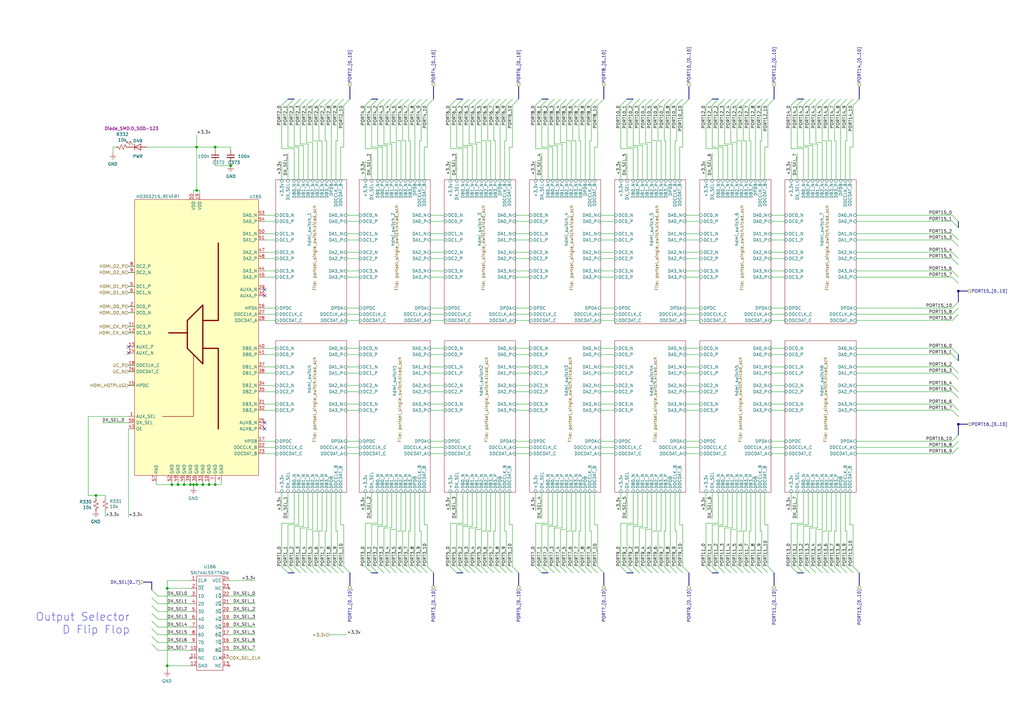
<source format=kicad_sch>
(kicad_sch (version 20210126) (generator eeschema)
  (paper "A3")
  (junction (at 39.37 203.2) (diameter 0.9144))
  (junction (at 68.58 241.3) (diameter 0.9144))
  (junction (at 68.58 273.05) (diameter 0.9144))
  (junction (at 70.485 198.755) (diameter 0.9144))
  (junction (at 73.025 198.755) (diameter 0.9144))
  (junction (at 75.565 198.755) (diameter 0.9144))
  (junction (at 78.105 198.755) (diameter 0.9144))
  (junction (at 79.375 198.755) (diameter 0.9144))
  (junction (at 80.645 60.325) (diameter 0.9144))
  (junction (at 80.645 78.105) (diameter 0.9144))
  (junction (at 80.645 198.755) (diameter 0.9144))
  (junction (at 83.185 198.755) (diameter 0.9144))
  (junction (at 85.725 198.755) (diameter 0.9144))
  (junction (at 88.265 60.325) (diameter 0.9144))
  (junction (at 88.265 198.755) (diameter 0.9144))
  (junction (at 94.615 67.945) (diameter 0.9144))
  (junction (at 393.065 119.38) (diameter 0.9144))
  (junction (at 393.065 173.99) (diameter 0.9144))
  (no_connect (at 52.705 142.24))
  (no_connect (at 52.705 144.78))
  (no_connect (at 108.585 118.745))
  (no_connect (at 108.585 121.285))
  (no_connect (at 108.585 173.355))
  (no_connect (at 108.585 175.895))
  (bus_entry (at 62.23 241.935) (size 2.54 2.54) (stroke (width 0.1524)))
  (bus_entry (at 62.23 245.11) (size 2.54 2.54) (stroke (width 0.1524)))
  (bus_entry (at 62.23 248.285) (size 2.54 2.54) (stroke (width 0.1524)))
  (bus_entry (at 62.23 251.46) (size 2.54 2.54) (stroke (width 0.1524)))
  (bus_entry (at 62.23 254.635) (size 2.54 2.54) (stroke (width 0.1524)))
  (bus_entry (at 62.23 257.81) (size 2.54 2.54) (stroke (width 0.1524)))
  (bus_entry (at 62.23 260.985) (size 2.54 2.54) (stroke (width 0.1524)))
  (bus_entry (at 62.23 264.16) (size 2.54 2.54) (stroke (width 0.1524)))
  (bus_entry (at 115.57 43.18) (size 2.54 -2.54) (stroke (width 0.1524)))
  (bus_entry (at 115.57 232.41) (size 2.54 2.54) (stroke (width 0.1524)))
  (bus_entry (at 118.11 43.18) (size 2.54 -2.54) (stroke (width 0.1524)))
  (bus_entry (at 118.11 232.41) (size 2.54 2.54) (stroke (width 0.1524)))
  (bus_entry (at 120.65 43.18) (size 2.54 -2.54) (stroke (width 0.1524)))
  (bus_entry (at 120.65 232.41) (size 2.54 2.54) (stroke (width 0.1524)))
  (bus_entry (at 123.19 43.18) (size 2.54 -2.54) (stroke (width 0.1524)))
  (bus_entry (at 123.19 232.41) (size 2.54 2.54) (stroke (width 0.1524)))
  (bus_entry (at 125.73 43.18) (size 2.54 -2.54) (stroke (width 0.1524)))
  (bus_entry (at 125.73 232.41) (size 2.54 2.54) (stroke (width 0.1524)))
  (bus_entry (at 128.27 43.18) (size 2.54 -2.54) (stroke (width 0.1524)))
  (bus_entry (at 128.27 232.41) (size 2.54 2.54) (stroke (width 0.1524)))
  (bus_entry (at 130.81 43.18) (size 2.54 -2.54) (stroke (width 0.1524)))
  (bus_entry (at 130.81 232.41) (size 2.54 2.54) (stroke (width 0.1524)))
  (bus_entry (at 133.35 43.18) (size 2.54 -2.54) (stroke (width 0.1524)))
  (bus_entry (at 133.35 232.41) (size 2.54 2.54) (stroke (width 0.1524)))
  (bus_entry (at 135.89 43.18) (size 2.54 -2.54) (stroke (width 0.1524)))
  (bus_entry (at 135.89 232.41) (size 2.54 2.54) (stroke (width 0.1524)))
  (bus_entry (at 138.43 43.18) (size 2.54 -2.54) (stroke (width 0.1524)))
  (bus_entry (at 138.43 232.41) (size 2.54 2.54) (stroke (width 0.1524)))
  (bus_entry (at 140.97 43.18) (size 2.54 -2.54) (stroke (width 0.1524)))
  (bus_entry (at 140.97 232.41) (size 2.54 2.54) (stroke (width 0.1524)))
  (bus_entry (at 149.86 43.18) (size 2.54 -2.54) (stroke (width 0.1524)))
  (bus_entry (at 149.86 232.41) (size 2.54 2.54) (stroke (width 0.1524)))
  (bus_entry (at 152.4 43.18) (size 2.54 -2.54) (stroke (width 0.1524)))
  (bus_entry (at 152.4 232.41) (size 2.54 2.54) (stroke (width 0.1524)))
  (bus_entry (at 154.94 43.18) (size 2.54 -2.54) (stroke (width 0.1524)))
  (bus_entry (at 154.94 232.41) (size 2.54 2.54) (stroke (width 0.1524)))
  (bus_entry (at 157.48 43.18) (size 2.54 -2.54) (stroke (width 0.1524)))
  (bus_entry (at 157.48 232.41) (size 2.54 2.54) (stroke (width 0.1524)))
  (bus_entry (at 160.02 43.18) (size 2.54 -2.54) (stroke (width 0.1524)))
  (bus_entry (at 160.02 232.41) (size 2.54 2.54) (stroke (width 0.1524)))
  (bus_entry (at 162.56 43.18) (size 2.54 -2.54) (stroke (width 0.1524)))
  (bus_entry (at 162.56 232.41) (size 2.54 2.54) (stroke (width 0.1524)))
  (bus_entry (at 165.1 43.18) (size 2.54 -2.54) (stroke (width 0.1524)))
  (bus_entry (at 165.1 232.41) (size 2.54 2.54) (stroke (width 0.1524)))
  (bus_entry (at 167.64 43.18) (size 2.54 -2.54) (stroke (width 0.1524)))
  (bus_entry (at 167.64 232.41) (size 2.54 2.54) (stroke (width 0.1524)))
  (bus_entry (at 170.18 43.18) (size 2.54 -2.54) (stroke (width 0.1524)))
  (bus_entry (at 170.18 232.41) (size 2.54 2.54) (stroke (width 0.1524)))
  (bus_entry (at 172.72 43.18) (size 2.54 -2.54) (stroke (width 0.1524)))
  (bus_entry (at 172.72 232.41) (size 2.54 2.54) (stroke (width 0.1524)))
  (bus_entry (at 175.26 43.18) (size 2.54 -2.54) (stroke (width 0.1524)))
  (bus_entry (at 175.26 232.41) (size 2.54 2.54) (stroke (width 0.1524)))
  (bus_entry (at 184.785 43.18) (size 2.54 -2.54) (stroke (width 0.1524)))
  (bus_entry (at 184.785 232.41) (size 2.54 2.54) (stroke (width 0.1524)))
  (bus_entry (at 187.325 43.18) (size 2.54 -2.54) (stroke (width 0.1524)))
  (bus_entry (at 187.325 232.41) (size 2.54 2.54) (stroke (width 0.1524)))
  (bus_entry (at 189.865 43.18) (size 2.54 -2.54) (stroke (width 0.1524)))
  (bus_entry (at 189.865 232.41) (size 2.54 2.54) (stroke (width 0.1524)))
  (bus_entry (at 192.405 43.18) (size 2.54 -2.54) (stroke (width 0.1524)))
  (bus_entry (at 192.405 232.41) (size 2.54 2.54) (stroke (width 0.1524)))
  (bus_entry (at 194.945 43.18) (size 2.54 -2.54) (stroke (width 0.1524)))
  (bus_entry (at 194.945 232.41) (size 2.54 2.54) (stroke (width 0.1524)))
  (bus_entry (at 197.485 43.18) (size 2.54 -2.54) (stroke (width 0.1524)))
  (bus_entry (at 197.485 232.41) (size 2.54 2.54) (stroke (width 0.1524)))
  (bus_entry (at 200.025 43.18) (size 2.54 -2.54) (stroke (width 0.1524)))
  (bus_entry (at 200.025 232.41) (size 2.54 2.54) (stroke (width 0.1524)))
  (bus_entry (at 202.565 43.18) (size 2.54 -2.54) (stroke (width 0.1524)))
  (bus_entry (at 202.565 232.41) (size 2.54 2.54) (stroke (width 0.1524)))
  (bus_entry (at 205.105 43.18) (size 2.54 -2.54) (stroke (width 0.1524)))
  (bus_entry (at 205.105 232.41) (size 2.54 2.54) (stroke (width 0.1524)))
  (bus_entry (at 207.645 43.18) (size 2.54 -2.54) (stroke (width 0.1524)))
  (bus_entry (at 207.645 232.41) (size 2.54 2.54) (stroke (width 0.1524)))
  (bus_entry (at 210.185 43.18) (size 2.54 -2.54) (stroke (width 0.1524)))
  (bus_entry (at 210.185 232.41) (size 2.54 2.54) (stroke (width 0.1524)))
  (bus_entry (at 219.71 43.18) (size 2.54 -2.54) (stroke (width 0.1524)))
  (bus_entry (at 219.71 232.41) (size 2.54 2.54) (stroke (width 0.1524)))
  (bus_entry (at 222.25 43.18) (size 2.54 -2.54) (stroke (width 0.1524)))
  (bus_entry (at 222.25 232.41) (size 2.54 2.54) (stroke (width 0.1524)))
  (bus_entry (at 224.79 43.18) (size 2.54 -2.54) (stroke (width 0.1524)))
  (bus_entry (at 224.79 232.41) (size 2.54 2.54) (stroke (width 0.1524)))
  (bus_entry (at 227.33 43.18) (size 2.54 -2.54) (stroke (width 0.1524)))
  (bus_entry (at 227.33 232.41) (size 2.54 2.54) (stroke (width 0.1524)))
  (bus_entry (at 229.87 43.18) (size 2.54 -2.54) (stroke (width 0.1524)))
  (bus_entry (at 229.87 232.41) (size 2.54 2.54) (stroke (width 0.1524)))
  (bus_entry (at 232.41 43.18) (size 2.54 -2.54) (stroke (width 0.1524)))
  (bus_entry (at 232.41 232.41) (size 2.54 2.54) (stroke (width 0.1524)))
  (bus_entry (at 234.95 43.18) (size 2.54 -2.54) (stroke (width 0.1524)))
  (bus_entry (at 234.95 232.41) (size 2.54 2.54) (stroke (width 0.1524)))
  (bus_entry (at 237.49 43.18) (size 2.54 -2.54) (stroke (width 0.1524)))
  (bus_entry (at 237.49 232.41) (size 2.54 2.54) (stroke (width 0.1524)))
  (bus_entry (at 240.03 43.18) (size 2.54 -2.54) (stroke (width 0.1524)))
  (bus_entry (at 240.03 232.41) (size 2.54 2.54) (stroke (width 0.1524)))
  (bus_entry (at 242.57 43.18) (size 2.54 -2.54) (stroke (width 0.1524)))
  (bus_entry (at 242.57 232.41) (size 2.54 2.54) (stroke (width 0.1524)))
  (bus_entry (at 245.11 43.18) (size 2.54 -2.54) (stroke (width 0.1524)))
  (bus_entry (at 245.11 232.41) (size 2.54 2.54) (stroke (width 0.1524)))
  (bus_entry (at 254.635 43.18) (size 2.54 -2.54) (stroke (width 0.1524)))
  (bus_entry (at 254.635 232.41) (size 2.54 2.54) (stroke (width 0.1524)))
  (bus_entry (at 257.175 43.18) (size 2.54 -2.54) (stroke (width 0.1524)))
  (bus_entry (at 257.175 232.41) (size 2.54 2.54) (stroke (width 0.1524)))
  (bus_entry (at 259.715 43.18) (size 2.54 -2.54) (stroke (width 0.1524)))
  (bus_entry (at 259.715 232.41) (size 2.54 2.54) (stroke (width 0.1524)))
  (bus_entry (at 262.255 43.18) (size 2.54 -2.54) (stroke (width 0.1524)))
  (bus_entry (at 262.255 232.41) (size 2.54 2.54) (stroke (width 0.1524)))
  (bus_entry (at 264.795 43.18) (size 2.54 -2.54) (stroke (width 0.1524)))
  (bus_entry (at 264.795 232.41) (size 2.54 2.54) (stroke (width 0.1524)))
  (bus_entry (at 267.335 43.18) (size 2.54 -2.54) (stroke (width 0.1524)))
  (bus_entry (at 267.335 232.41) (size 2.54 2.54) (stroke (width 0.1524)))
  (bus_entry (at 269.875 43.18) (size 2.54 -2.54) (stroke (width 0.1524)))
  (bus_entry (at 269.875 232.41) (size 2.54 2.54) (stroke (width 0.1524)))
  (bus_entry (at 272.415 43.18) (size 2.54 -2.54) (stroke (width 0.1524)))
  (bus_entry (at 272.415 232.41) (size 2.54 2.54) (stroke (width 0.1524)))
  (bus_entry (at 274.955 43.18) (size 2.54 -2.54) (stroke (width 0.1524)))
  (bus_entry (at 274.955 232.41) (size 2.54 2.54) (stroke (width 0.1524)))
  (bus_entry (at 277.495 43.18) (size 2.54 -2.54) (stroke (width 0.1524)))
  (bus_entry (at 277.495 232.41) (size 2.54 2.54) (stroke (width 0.1524)))
  (bus_entry (at 280.035 43.18) (size 2.54 -2.54) (stroke (width 0.1524)))
  (bus_entry (at 280.035 232.41) (size 2.54 2.54) (stroke (width 0.1524)))
  (bus_entry (at 289.56 43.18) (size 2.54 -2.54) (stroke (width 0.1524)))
  (bus_entry (at 289.56 232.41) (size 2.54 2.54) (stroke (width 0.1524)))
  (bus_entry (at 292.1 43.18) (size 2.54 -2.54) (stroke (width 0.1524)))
  (bus_entry (at 292.1 232.41) (size 2.54 2.54) (stroke (width 0.1524)))
  (bus_entry (at 294.64 43.18) (size 2.54 -2.54) (stroke (width 0.1524)))
  (bus_entry (at 294.64 232.41) (size 2.54 2.54) (stroke (width 0.1524)))
  (bus_entry (at 297.18 43.18) (size 2.54 -2.54) (stroke (width 0.1524)))
  (bus_entry (at 297.18 232.41) (size 2.54 2.54) (stroke (width 0.1524)))
  (bus_entry (at 299.72 43.18) (size 2.54 -2.54) (stroke (width 0.1524)))
  (bus_entry (at 299.72 232.41) (size 2.54 2.54) (stroke (width 0.1524)))
  (bus_entry (at 302.26 43.18) (size 2.54 -2.54) (stroke (width 0.1524)))
  (bus_entry (at 302.26 232.41) (size 2.54 2.54) (stroke (width 0.1524)))
  (bus_entry (at 304.8 43.18) (size 2.54 -2.54) (stroke (width 0.1524)))
  (bus_entry (at 304.8 232.41) (size 2.54 2.54) (stroke (width 0.1524)))
  (bus_entry (at 307.34 43.18) (size 2.54 -2.54) (stroke (width 0.1524)))
  (bus_entry (at 307.34 232.41) (size 2.54 2.54) (stroke (width 0.1524)))
  (bus_entry (at 309.88 43.18) (size 2.54 -2.54) (stroke (width 0.1524)))
  (bus_entry (at 309.88 232.41) (size 2.54 2.54) (stroke (width 0.1524)))
  (bus_entry (at 312.42 43.18) (size 2.54 -2.54) (stroke (width 0.1524)))
  (bus_entry (at 312.42 232.41) (size 2.54 2.54) (stroke (width 0.1524)))
  (bus_entry (at 314.96 43.18) (size 2.54 -2.54) (stroke (width 0.1524)))
  (bus_entry (at 314.96 232.41) (size 2.54 2.54) (stroke (width 0.1524)))
  (bus_entry (at 324.485 43.18) (size 2.54 -2.54) (stroke (width 0.1524)))
  (bus_entry (at 324.485 232.41) (size 2.54 2.54) (stroke (width 0.1524)))
  (bus_entry (at 327.025 43.18) (size 2.54 -2.54) (stroke (width 0.1524)))
  (bus_entry (at 327.025 232.41) (size 2.54 2.54) (stroke (width 0.1524)))
  (bus_entry (at 329.565 43.18) (size 2.54 -2.54) (stroke (width 0.1524)))
  (bus_entry (at 329.565 232.41) (size 2.54 2.54) (stroke (width 0.1524)))
  (bus_entry (at 332.105 43.18) (size 2.54 -2.54) (stroke (width 0.1524)))
  (bus_entry (at 332.105 232.41) (size 2.54 2.54) (stroke (width 0.1524)))
  (bus_entry (at 334.645 43.18) (size 2.54 -2.54) (stroke (width 0.1524)))
  (bus_entry (at 334.645 232.41) (size 2.54 2.54) (stroke (width 0.1524)))
  (bus_entry (at 337.185 43.18) (size 2.54 -2.54) (stroke (width 0.1524)))
  (bus_entry (at 337.185 232.41) (size 2.54 2.54) (stroke (width 0.1524)))
  (bus_entry (at 339.725 43.18) (size 2.54 -2.54) (stroke (width 0.1524)))
  (bus_entry (at 339.725 232.41) (size 2.54 2.54) (stroke (width 0.1524)))
  (bus_entry (at 342.265 43.18) (size 2.54 -2.54) (stroke (width 0.1524)))
  (bus_entry (at 342.265 232.41) (size 2.54 2.54) (stroke (width 0.1524)))
  (bus_entry (at 344.805 43.18) (size 2.54 -2.54) (stroke (width 0.1524)))
  (bus_entry (at 344.805 232.41) (size 2.54 2.54) (stroke (width 0.1524)))
  (bus_entry (at 347.345 43.18) (size 2.54 -2.54) (stroke (width 0.1524)))
  (bus_entry (at 347.345 232.41) (size 2.54 2.54) (stroke (width 0.1524)))
  (bus_entry (at 349.885 43.18) (size 2.54 -2.54) (stroke (width 0.1524)))
  (bus_entry (at 349.885 232.41) (size 2.54 2.54) (stroke (width 0.1524)))
  (bus_entry (at 390.525 88.265) (size 2.54 2.54) (stroke (width 0.1524)))
  (bus_entry (at 390.525 90.805) (size 2.54 2.54) (stroke (width 0.1524)))
  (bus_entry (at 390.525 95.885) (size 2.54 2.54) (stroke (width 0.1524)))
  (bus_entry (at 390.525 98.425) (size 2.54 2.54) (stroke (width 0.1524)))
  (bus_entry (at 390.525 103.505) (size 2.54 2.54) (stroke (width 0.1524)))
  (bus_entry (at 390.525 106.045) (size 2.54 2.54) (stroke (width 0.1524)))
  (bus_entry (at 390.525 111.125) (size 2.54 2.54) (stroke (width 0.1524)))
  (bus_entry (at 390.525 113.665) (size 2.54 2.54) (stroke (width 0.1524)))
  (bus_entry (at 390.525 126.365) (size 2.54 -2.54) (stroke (width 0.1524)))
  (bus_entry (at 390.525 128.905) (size 2.54 -2.54) (stroke (width 0.1524)))
  (bus_entry (at 390.525 131.445) (size 2.54 -2.54) (stroke (width 0.1524)))
  (bus_entry (at 390.525 142.875) (size 2.54 2.54) (stroke (width 0.1524)))
  (bus_entry (at 390.525 145.415) (size 2.54 2.54) (stroke (width 0.1524)))
  (bus_entry (at 390.525 150.495) (size 2.54 2.54) (stroke (width 0.1524)))
  (bus_entry (at 390.525 153.035) (size 2.54 2.54) (stroke (width 0.1524)))
  (bus_entry (at 390.525 158.115) (size 2.54 2.54) (stroke (width 0.1524)))
  (bus_entry (at 390.525 160.655) (size 2.54 2.54) (stroke (width 0.1524)))
  (bus_entry (at 390.525 165.735) (size 2.54 2.54) (stroke (width 0.1524)))
  (bus_entry (at 390.525 168.275) (size 2.54 2.54) (stroke (width 0.1524)))
  (bus_entry (at 390.525 180.975) (size 2.54 -2.54) (stroke (width 0.1524)))
  (bus_entry (at 390.525 183.515) (size 2.54 -2.54) (stroke (width 0.1524)))
  (bus_entry (at 390.525 186.055) (size 2.54 -2.54) (stroke (width 0.1524)))
  (wire (pts (xy 36.195 170.815) (xy 36.195 203.2)))
  (wire (pts (xy 36.195 170.815) (xy 52.705 170.815)))
  (wire (pts (xy 36.195 203.2) (xy 39.37 203.2)))
  (wire (pts (xy 39.37 203.2) (xy 43.18 203.2)))
  (wire (pts (xy 39.37 204.47) (xy 39.37 203.2)))
  (wire (pts (xy 41.91 173.355) (xy 52.705 173.355)))
  (wire (pts (xy 43.18 203.2) (xy 43.18 204.47)))
  (wire (pts (xy 43.18 209.55) (xy 43.18 212.09)))
  (wire (pts (xy 46.355 60.325) (xy 47.625 60.325)))
  (wire (pts (xy 46.355 62.865) (xy 46.355 60.325)))
  (wire (pts (xy 52.705 125.73) (xy 55.245 125.73)))
  (wire (pts (xy 52.705 149.86) (xy 55.245 149.86)))
  (wire (pts (xy 52.705 212.09) (xy 52.705 175.895)))
  (wire (pts (xy 55.245 109.22) (xy 52.705 109.22)))
  (wire (pts (xy 55.245 111.76) (xy 52.705 111.76)))
  (wire (pts (xy 55.245 117.475) (xy 52.705 117.475)))
  (wire (pts (xy 55.245 120.015) (xy 52.705 120.015)))
  (wire (pts (xy 55.245 128.27) (xy 52.705 128.27)))
  (wire (pts (xy 55.245 133.985) (xy 52.705 133.985)))
  (wire (pts (xy 55.245 136.525) (xy 52.705 136.525)))
  (wire (pts (xy 55.245 152.4) (xy 52.705 152.4)))
  (wire (pts (xy 55.245 158.115) (xy 52.705 158.115)))
  (wire (pts (xy 60.325 60.325) (xy 80.645 60.325)))
  (wire (pts (xy 64.135 198.755) (xy 64.135 197.485)))
  (wire (pts (xy 64.77 244.475) (xy 78.105 244.475)))
  (wire (pts (xy 64.77 247.65) (xy 78.105 247.65)))
  (wire (pts (xy 64.77 250.825) (xy 78.105 250.825)))
  (wire (pts (xy 64.77 254) (xy 78.105 254)))
  (wire (pts (xy 64.77 257.175) (xy 78.105 257.175)))
  (wire (pts (xy 64.77 260.35) (xy 78.105 260.35)))
  (wire (pts (xy 64.77 263.525) (xy 78.105 263.525)))
  (wire (pts (xy 64.77 266.7) (xy 78.105 266.7)))
  (wire (pts (xy 68.58 238.125) (xy 78.105 238.125)))
  (wire (pts (xy 68.58 241.3) (xy 68.58 238.125)))
  (wire (pts (xy 68.58 241.3) (xy 68.58 273.05)))
  (wire (pts (xy 68.58 241.3) (xy 78.105 241.3)))
  (wire (pts (xy 68.58 273.05) (xy 78.105 273.05)))
  (wire (pts (xy 68.58 274.955) (xy 68.58 273.05)))
  (wire (pts (xy 70.485 198.755) (xy 64.135 198.755)))
  (wire (pts (xy 70.485 198.755) (xy 70.485 197.485)))
  (wire (pts (xy 73.025 197.485) (xy 73.025 198.755)))
  (wire (pts (xy 73.025 198.755) (xy 70.485 198.755)))
  (wire (pts (xy 75.565 197.485) (xy 75.565 198.755)))
  (wire (pts (xy 75.565 198.755) (xy 73.025 198.755)))
  (wire (pts (xy 78.105 197.485) (xy 78.105 198.755)))
  (wire (pts (xy 78.105 198.755) (xy 75.565 198.755)))
  (wire (pts (xy 79.375 78.105) (xy 79.375 79.375)))
  (wire (pts (xy 79.375 198.755) (xy 78.105 198.755)))
  (wire (pts (xy 79.375 200.025) (xy 79.375 198.755)))
  (wire (pts (xy 80.645 55.245) (xy 80.645 60.325)))
  (wire (pts (xy 80.645 60.325) (xy 80.645 78.105)))
  (wire (pts (xy 80.645 60.325) (xy 88.265 60.325)))
  (wire (pts (xy 80.645 78.105) (xy 79.375 78.105)))
  (wire (pts (xy 80.645 78.105) (xy 81.915 78.105)))
  (wire (pts (xy 80.645 197.485) (xy 80.645 198.755)))
  (wire (pts (xy 80.645 198.755) (xy 79.375 198.755)))
  (wire (pts (xy 81.915 78.105) (xy 81.915 79.375)) (stroke (width 0.1524)))
  (wire (pts (xy 83.185 197.485) (xy 83.185 198.755)))
  (wire (pts (xy 83.185 198.755) (xy 80.645 198.755)))
  (wire (pts (xy 85.725 197.485) (xy 85.725 198.755)))
  (wire (pts (xy 85.725 198.755) (xy 83.185 198.755)))
  (wire (pts (xy 88.265 60.325) (xy 94.615 60.325)))
  (wire (pts (xy 88.265 61.595) (xy 88.265 60.325)))
  (wire (pts (xy 88.265 66.675) (xy 88.265 67.945)))
  (wire (pts (xy 88.265 67.945) (xy 94.615 67.945)))
  (wire (pts (xy 88.265 197.485) (xy 88.265 198.755)))
  (wire (pts (xy 88.265 198.755) (xy 85.725 198.755)))
  (wire (pts (xy 90.805 197.485) (xy 90.805 198.755)))
  (wire (pts (xy 90.805 198.755) (xy 88.265 198.755)))
  (wire (pts (xy 94.615 61.595) (xy 94.615 60.325)))
  (wire (pts (xy 94.615 67.945) (xy 94.615 66.675)))
  (wire (pts (xy 104.775 238.125) (xy 93.98 238.125)))
  (wire (pts (xy 104.775 244.475) (xy 93.98 244.475)))
  (wire (pts (xy 104.775 247.65) (xy 93.98 247.65)))
  (wire (pts (xy 104.775 250.825) (xy 93.98 250.825)))
  (wire (pts (xy 104.775 254) (xy 93.98 254)))
  (wire (pts (xy 104.775 257.175) (xy 93.98 257.175)))
  (wire (pts (xy 104.775 260.35) (xy 93.98 260.35)))
  (wire (pts (xy 104.775 263.525) (xy 93.98 263.525)))
  (wire (pts (xy 104.775 266.7) (xy 93.98 266.7)))
  (wire (pts (xy 108.585 88.265) (xy 113.03 88.265)))
  (wire (pts (xy 108.585 90.805) (xy 113.03 90.805)))
  (wire (pts (xy 108.585 95.885) (xy 113.03 95.885)))
  (wire (pts (xy 108.585 98.425) (xy 113.03 98.425)))
  (wire (pts (xy 108.585 103.505) (xy 113.03 103.505)))
  (wire (pts (xy 108.585 106.045) (xy 113.03 106.045)))
  (wire (pts (xy 108.585 111.125) (xy 113.03 111.125)))
  (wire (pts (xy 108.585 113.665) (xy 113.03 113.665)))
  (wire (pts (xy 108.585 126.365) (xy 113.03 126.365)))
  (wire (pts (xy 108.585 128.905) (xy 113.03 128.905)))
  (wire (pts (xy 108.585 131.445) (xy 113.03 131.445)))
  (wire (pts (xy 108.585 142.875) (xy 113.03 142.875)))
  (wire (pts (xy 108.585 145.415) (xy 113.03 145.415)))
  (wire (pts (xy 108.585 150.495) (xy 113.03 150.495)))
  (wire (pts (xy 108.585 153.035) (xy 113.03 153.035)))
  (wire (pts (xy 108.585 158.115) (xy 113.03 158.115)))
  (wire (pts (xy 108.585 160.655) (xy 113.03 160.655)))
  (wire (pts (xy 108.585 165.735) (xy 113.03 165.735)))
  (wire (pts (xy 108.585 168.275) (xy 113.03 168.275)))
  (wire (pts (xy 108.585 180.975) (xy 113.03 180.975)))
  (wire (pts (xy 108.585 183.515) (xy 113.03 183.515)))
  (wire (pts (xy 108.585 186.055) (xy 113.03 186.055)))
  (wire (pts (xy 115.57 60.96) (xy 115.57 43.18)))
  (wire (pts (xy 115.57 66.04) (xy 115.57 73.66)))
  (wire (pts (xy 115.57 209.55) (xy 115.57 201.93)))
  (wire (pts (xy 115.57 214.63) (xy 115.57 232.41)))
  (wire (pts (xy 118.11 43.18) (xy 118.11 60.325)))
  (wire (pts (xy 118.11 60.325) (xy 122.555 60.325)))
  (wire (pts (xy 118.11 62.865) (xy 118.11 73.66)))
  (wire (pts (xy 118.11 212.725) (xy 118.11 201.93)))
  (wire (pts (xy 118.11 215.265) (xy 122.555 215.265)))
  (wire (pts (xy 118.11 232.41) (xy 118.11 215.265)))
  (wire (pts (xy 120.65 43.18) (xy 120.65 59.69)))
  (wire (pts (xy 120.65 59.69) (xy 124.46 59.69)))
  (wire (pts (xy 120.65 60.96) (xy 115.57 60.96)))
  (wire (pts (xy 120.65 73.66) (xy 120.65 60.96)))
  (wire (pts (xy 120.65 201.93) (xy 120.65 214.63)))
  (wire (pts (xy 120.65 214.63) (xy 115.57 214.63)))
  (wire (pts (xy 120.65 215.9) (xy 124.46 215.9)))
  (wire (pts (xy 120.65 232.41) (xy 120.65 215.9)))
  (wire (pts (xy 122.555 60.325) (xy 122.555 73.66)))
  (wire (pts (xy 122.555 215.265) (xy 122.555 201.93)))
  (wire (pts (xy 123.19 43.18) (xy 123.19 59.055)))
  (wire (pts (xy 123.19 59.055) (xy 126.365 59.055)))
  (wire (pts (xy 123.19 216.535) (xy 126.365 216.535)))
  (wire (pts (xy 123.19 232.41) (xy 123.19 216.535)))
  (wire (pts (xy 124.46 59.69) (xy 124.46 73.66)))
  (wire (pts (xy 124.46 215.9) (xy 124.46 201.93)))
  (wire (pts (xy 125.73 43.18) (xy 125.73 58.42)))
  (wire (pts (xy 125.73 58.42) (xy 128.27 58.42)))
  (wire (pts (xy 125.73 217.17) (xy 128.27 217.17)))
  (wire (pts (xy 125.73 232.41) (xy 125.73 217.17)))
  (wire (pts (xy 126.365 59.055) (xy 126.365 73.66)))
  (wire (pts (xy 126.365 216.535) (xy 126.365 201.93)))
  (wire (pts (xy 128.27 43.18) (xy 128.27 57.785)))
  (wire (pts (xy 128.27 57.785) (xy 130.175 57.785)))
  (wire (pts (xy 128.27 58.42) (xy 128.27 73.66)))
  (wire (pts (xy 128.27 217.17) (xy 128.27 201.93)))
  (wire (pts (xy 128.27 217.805) (xy 130.175 217.805)))
  (wire (pts (xy 128.27 232.41) (xy 128.27 217.805)))
  (wire (pts (xy 130.175 57.785) (xy 130.175 73.66)))
  (wire (pts (xy 130.175 217.805) (xy 130.175 201.93)))
  (wire (pts (xy 130.81 57.785) (xy 130.81 43.18)))
  (wire (pts (xy 130.81 217.805) (xy 130.81 232.41)))
  (wire (pts (xy 132.08 57.785) (xy 130.81 57.785)))
  (wire (pts (xy 132.08 73.66) (xy 132.08 57.785)))
  (wire (pts (xy 132.08 201.93) (xy 132.08 217.805)))
  (wire (pts (xy 132.08 217.805) (xy 130.81 217.805)))
  (wire (pts (xy 133.35 57.785) (xy 133.35 43.18)))
  (wire (pts (xy 133.35 217.805) (xy 133.35 232.41)))
  (wire (pts (xy 133.985 57.785) (xy 133.35 57.785)))
  (wire (pts (xy 133.985 73.66) (xy 133.985 57.785)))
  (wire (pts (xy 133.985 201.93) (xy 133.985 217.805)))
  (wire (pts (xy 133.985 217.805) (xy 133.35 217.805)))
  (wire (pts (xy 135.255 260.35) (xy 142.24 260.35)))
  (wire (pts (xy 135.89 73.66) (xy 135.89 43.18)))
  (wire (pts (xy 135.89 201.93) (xy 135.89 232.41)))
  (wire (pts (xy 137.795 57.785) (xy 138.43 57.785)))
  (wire (pts (xy 137.795 73.66) (xy 137.795 57.785)))
  (wire (pts (xy 137.795 201.93) (xy 137.795 217.805)))
  (wire (pts (xy 137.795 217.805) (xy 138.43 217.805)))
  (wire (pts (xy 138.43 57.785) (xy 138.43 43.18)))
  (wire (pts (xy 138.43 217.805) (xy 138.43 232.41)))
  (wire (pts (xy 139.7 60.325) (xy 140.97 60.325)))
  (wire (pts (xy 139.7 73.66) (xy 139.7 60.325)))
  (wire (pts (xy 139.7 201.93) (xy 139.7 215.265)))
  (wire (pts (xy 139.7 215.265) (xy 140.97 215.265)))
  (wire (pts (xy 140.97 60.325) (xy 140.97 43.18)))
  (wire (pts (xy 140.97 215.265) (xy 140.97 232.41)))
  (wire (pts (xy 142.24 88.265) (xy 147.32 88.265)))
  (wire (pts (xy 142.24 90.805) (xy 147.32 90.805)))
  (wire (pts (xy 142.24 95.885) (xy 147.32 95.885)))
  (wire (pts (xy 142.24 98.425) (xy 147.32 98.425)))
  (wire (pts (xy 142.24 103.505) (xy 147.32 103.505)))
  (wire (pts (xy 142.24 106.045) (xy 147.32 106.045)))
  (wire (pts (xy 142.24 111.125) (xy 147.32 111.125)))
  (wire (pts (xy 142.24 113.665) (xy 147.32 113.665)))
  (wire (pts (xy 142.24 126.365) (xy 147.32 126.365)))
  (wire (pts (xy 142.24 128.905) (xy 147.32 128.905)))
  (wire (pts (xy 142.24 131.445) (xy 147.32 131.445)))
  (wire (pts (xy 142.24 142.875) (xy 147.32 142.875)))
  (wire (pts (xy 142.24 145.415) (xy 147.32 145.415)))
  (wire (pts (xy 142.24 150.495) (xy 147.32 150.495)))
  (wire (pts (xy 142.24 153.035) (xy 147.32 153.035)))
  (wire (pts (xy 142.24 158.115) (xy 147.32 158.115)))
  (wire (pts (xy 142.24 160.655) (xy 147.32 160.655)))
  (wire (pts (xy 142.24 165.735) (xy 147.32 165.735)))
  (wire (pts (xy 142.24 168.275) (xy 147.32 168.275)))
  (wire (pts (xy 142.24 180.975) (xy 147.32 180.975)))
  (wire (pts (xy 142.24 183.515) (xy 147.32 183.515)))
  (wire (pts (xy 142.24 186.055) (xy 147.32 186.055)))
  (wire (pts (xy 149.86 60.96) (xy 149.86 43.18)))
  (wire (pts (xy 149.86 66.04) (xy 149.86 73.66)))
  (wire (pts (xy 149.86 209.55) (xy 149.86 201.93)))
  (wire (pts (xy 149.86 214.63) (xy 149.86 232.41)))
  (wire (pts (xy 152.4 43.18) (xy 152.4 60.325)))
  (wire (pts (xy 152.4 60.325) (xy 156.845 60.325)))
  (wire (pts (xy 152.4 62.865) (xy 152.4 73.66)))
  (wire (pts (xy 152.4 212.725) (xy 152.4 201.93)))
  (wire (pts (xy 152.4 215.265) (xy 156.845 215.265)))
  (wire (pts (xy 152.4 232.41) (xy 152.4 215.265)))
  (wire (pts (xy 154.94 43.18) (xy 154.94 59.69)))
  (wire (pts (xy 154.94 59.69) (xy 158.75 59.69)))
  (wire (pts (xy 154.94 60.96) (xy 149.86 60.96)))
  (wire (pts (xy 154.94 73.66) (xy 154.94 60.96)))
  (wire (pts (xy 154.94 201.93) (xy 154.94 214.63)))
  (wire (pts (xy 154.94 214.63) (xy 149.86 214.63)))
  (wire (pts (xy 154.94 215.9) (xy 158.75 215.9)))
  (wire (pts (xy 154.94 232.41) (xy 154.94 215.9)))
  (wire (pts (xy 156.845 60.325) (xy 156.845 73.66)))
  (wire (pts (xy 156.845 215.265) (xy 156.845 201.93)))
  (wire (pts (xy 157.48 43.18) (xy 157.48 59.055)))
  (wire (pts (xy 157.48 59.055) (xy 160.655 59.055)))
  (wire (pts (xy 157.48 216.535) (xy 160.655 216.535)))
  (wire (pts (xy 157.48 232.41) (xy 157.48 216.535)))
  (wire (pts (xy 158.75 59.69) (xy 158.75 73.66)))
  (wire (pts (xy 158.75 215.9) (xy 158.75 201.93)))
  (wire (pts (xy 160.02 43.18) (xy 160.02 58.42)))
  (wire (pts (xy 160.02 58.42) (xy 162.56 58.42)))
  (wire (pts (xy 160.02 217.17) (xy 162.56 217.17)))
  (wire (pts (xy 160.02 232.41) (xy 160.02 217.17)))
  (wire (pts (xy 160.655 59.055) (xy 160.655 73.66)))
  (wire (pts (xy 160.655 216.535) (xy 160.655 201.93)))
  (wire (pts (xy 162.56 43.18) (xy 162.56 57.785)))
  (wire (pts (xy 162.56 57.785) (xy 164.465 57.785)))
  (wire (pts (xy 162.56 58.42) (xy 162.56 73.66)))
  (wire (pts (xy 162.56 217.17) (xy 162.56 201.93)))
  (wire (pts (xy 162.56 217.805) (xy 164.465 217.805)))
  (wire (pts (xy 162.56 232.41) (xy 162.56 217.805)))
  (wire (pts (xy 164.465 57.785) (xy 164.465 73.66)))
  (wire (pts (xy 164.465 217.805) (xy 164.465 201.93)))
  (wire (pts (xy 165.1 57.785) (xy 165.1 43.18)))
  (wire (pts (xy 165.1 217.805) (xy 165.1 232.41)))
  (wire (pts (xy 166.37 57.785) (xy 165.1 57.785)))
  (wire (pts (xy 166.37 73.66) (xy 166.37 57.785)))
  (wire (pts (xy 166.37 201.93) (xy 166.37 217.805)))
  (wire (pts (xy 166.37 217.805) (xy 165.1 217.805)))
  (wire (pts (xy 167.64 57.785) (xy 167.64 43.18)))
  (wire (pts (xy 167.64 217.805) (xy 167.64 232.41)))
  (wire (pts (xy 168.275 57.785) (xy 167.64 57.785)))
  (wire (pts (xy 168.275 73.66) (xy 168.275 57.785)))
  (wire (pts (xy 168.275 201.93) (xy 168.275 217.805)))
  (wire (pts (xy 168.275 217.805) (xy 167.64 217.805)))
  (wire (pts (xy 170.18 73.66) (xy 170.18 43.18)))
  (wire (pts (xy 170.18 201.93) (xy 170.18 232.41)))
  (wire (pts (xy 172.085 57.785) (xy 172.72 57.785)))
  (wire (pts (xy 172.085 73.66) (xy 172.085 57.785)))
  (wire (pts (xy 172.085 201.93) (xy 172.085 217.805)))
  (wire (pts (xy 172.085 217.805) (xy 172.72 217.805)))
  (wire (pts (xy 172.72 57.785) (xy 172.72 43.18)))
  (wire (pts (xy 172.72 217.805) (xy 172.72 232.41)))
  (wire (pts (xy 173.99 60.325) (xy 175.26 60.325)))
  (wire (pts (xy 173.99 73.66) (xy 173.99 60.325)))
  (wire (pts (xy 173.99 201.93) (xy 173.99 215.265)))
  (wire (pts (xy 173.99 215.265) (xy 175.26 215.265)))
  (wire (pts (xy 175.26 60.325) (xy 175.26 43.18)))
  (wire (pts (xy 175.26 215.265) (xy 175.26 232.41)))
  (wire (pts (xy 176.53 88.265) (xy 182.245 88.265)))
  (wire (pts (xy 176.53 90.805) (xy 182.245 90.805)))
  (wire (pts (xy 176.53 95.885) (xy 182.245 95.885)))
  (wire (pts (xy 176.53 98.425) (xy 182.245 98.425)))
  (wire (pts (xy 176.53 103.505) (xy 182.245 103.505)))
  (wire (pts (xy 176.53 106.045) (xy 182.245 106.045)))
  (wire (pts (xy 176.53 111.125) (xy 182.245 111.125)))
  (wire (pts (xy 176.53 113.665) (xy 182.245 113.665)))
  (wire (pts (xy 176.53 126.365) (xy 182.245 126.365)))
  (wire (pts (xy 176.53 128.905) (xy 182.245 128.905)))
  (wire (pts (xy 176.53 131.445) (xy 182.245 131.445)))
  (wire (pts (xy 176.53 142.875) (xy 182.245 142.875)))
  (wire (pts (xy 176.53 145.415) (xy 182.245 145.415)))
  (wire (pts (xy 176.53 150.495) (xy 182.245 150.495)))
  (wire (pts (xy 176.53 153.035) (xy 182.245 153.035)))
  (wire (pts (xy 176.53 158.115) (xy 182.245 158.115)))
  (wire (pts (xy 176.53 160.655) (xy 182.245 160.655)))
  (wire (pts (xy 176.53 165.735) (xy 182.245 165.735)))
  (wire (pts (xy 176.53 168.275) (xy 182.245 168.275)))
  (wire (pts (xy 176.53 180.975) (xy 182.245 180.975)))
  (wire (pts (xy 176.53 183.515) (xy 182.245 183.515)))
  (wire (pts (xy 176.53 186.055) (xy 182.245 186.055)))
  (wire (pts (xy 184.785 60.96) (xy 184.785 43.18)))
  (wire (pts (xy 184.785 66.04) (xy 184.785 73.66)))
  (wire (pts (xy 184.785 209.55) (xy 184.785 201.93)))
  (wire (pts (xy 184.785 214.63) (xy 184.785 232.41)))
  (wire (pts (xy 187.325 43.18) (xy 187.325 60.325)))
  (wire (pts (xy 187.325 60.325) (xy 191.77 60.325)))
  (wire (pts (xy 187.325 62.865) (xy 187.325 73.66)))
  (wire (pts (xy 187.325 212.725) (xy 187.325 201.93)))
  (wire (pts (xy 187.325 215.265) (xy 191.77 215.265)))
  (wire (pts (xy 187.325 232.41) (xy 187.325 215.265)))
  (wire (pts (xy 189.865 43.18) (xy 189.865 59.69)))
  (wire (pts (xy 189.865 59.69) (xy 193.675 59.69)))
  (wire (pts (xy 189.865 60.96) (xy 184.785 60.96)))
  (wire (pts (xy 189.865 73.66) (xy 189.865 60.96)))
  (wire (pts (xy 189.865 201.93) (xy 189.865 214.63)))
  (wire (pts (xy 189.865 214.63) (xy 184.785 214.63)))
  (wire (pts (xy 189.865 215.9) (xy 193.675 215.9)))
  (wire (pts (xy 189.865 232.41) (xy 189.865 215.9)))
  (wire (pts (xy 191.77 60.325) (xy 191.77 73.66)))
  (wire (pts (xy 191.77 215.265) (xy 191.77 201.93)))
  (wire (pts (xy 192.405 43.18) (xy 192.405 59.055)))
  (wire (pts (xy 192.405 59.055) (xy 195.58 59.055)))
  (wire (pts (xy 192.405 216.535) (xy 195.58 216.535)))
  (wire (pts (xy 192.405 232.41) (xy 192.405 216.535)))
  (wire (pts (xy 193.675 59.69) (xy 193.675 73.66)))
  (wire (pts (xy 193.675 215.9) (xy 193.675 201.93)))
  (wire (pts (xy 194.945 43.18) (xy 194.945 58.42)))
  (wire (pts (xy 194.945 58.42) (xy 197.485 58.42)))
  (wire (pts (xy 194.945 217.17) (xy 197.485 217.17)))
  (wire (pts (xy 194.945 232.41) (xy 194.945 217.17)))
  (wire (pts (xy 195.58 59.055) (xy 195.58 73.66)))
  (wire (pts (xy 195.58 216.535) (xy 195.58 201.93)))
  (wire (pts (xy 197.485 43.18) (xy 197.485 57.785)))
  (wire (pts (xy 197.485 57.785) (xy 199.39 57.785)))
  (wire (pts (xy 197.485 58.42) (xy 197.485 73.66)))
  (wire (pts (xy 197.485 217.17) (xy 197.485 201.93)))
  (wire (pts (xy 197.485 217.805) (xy 199.39 217.805)))
  (wire (pts (xy 197.485 232.41) (xy 197.485 217.805)))
  (wire (pts (xy 199.39 57.785) (xy 199.39 73.66)))
  (wire (pts (xy 199.39 217.805) (xy 199.39 201.93)))
  (wire (pts (xy 200.025 57.785) (xy 200.025 43.18)))
  (wire (pts (xy 200.025 217.805) (xy 200.025 232.41)))
  (wire (pts (xy 201.295 57.785) (xy 200.025 57.785)))
  (wire (pts (xy 201.295 73.66) (xy 201.295 57.785)))
  (wire (pts (xy 201.295 201.93) (xy 201.295 217.805)))
  (wire (pts (xy 201.295 217.805) (xy 200.025 217.805)))
  (wire (pts (xy 202.565 57.785) (xy 202.565 43.18)))
  (wire (pts (xy 202.565 217.805) (xy 202.565 232.41)))
  (wire (pts (xy 203.2 57.785) (xy 202.565 57.785)))
  (wire (pts (xy 203.2 73.66) (xy 203.2 57.785)))
  (wire (pts (xy 203.2 201.93) (xy 203.2 217.805)))
  (wire (pts (xy 203.2 217.805) (xy 202.565 217.805)))
  (wire (pts (xy 205.105 73.66) (xy 205.105 43.18)))
  (wire (pts (xy 205.105 201.93) (xy 205.105 232.41)))
  (wire (pts (xy 207.01 57.785) (xy 207.645 57.785)))
  (wire (pts (xy 207.01 73.66) (xy 207.01 57.785)))
  (wire (pts (xy 207.01 201.93) (xy 207.01 217.805)))
  (wire (pts (xy 207.01 217.805) (xy 207.645 217.805)))
  (wire (pts (xy 207.645 57.785) (xy 207.645 43.18)))
  (wire (pts (xy 207.645 217.805) (xy 207.645 232.41)))
  (wire (pts (xy 208.915 60.325) (xy 210.185 60.325)))
  (wire (pts (xy 208.915 73.66) (xy 208.915 60.325)))
  (wire (pts (xy 208.915 201.93) (xy 208.915 215.265)))
  (wire (pts (xy 208.915 215.265) (xy 210.185 215.265)))
  (wire (pts (xy 210.185 60.325) (xy 210.185 43.18)))
  (wire (pts (xy 210.185 215.265) (xy 210.185 232.41)))
  (wire (pts (xy 211.455 88.265) (xy 217.17 88.265)))
  (wire (pts (xy 211.455 90.805) (xy 217.17 90.805)))
  (wire (pts (xy 211.455 95.885) (xy 217.17 95.885)))
  (wire (pts (xy 211.455 98.425) (xy 217.17 98.425)))
  (wire (pts (xy 211.455 103.505) (xy 217.17 103.505)))
  (wire (pts (xy 211.455 106.045) (xy 217.17 106.045)))
  (wire (pts (xy 211.455 111.125) (xy 217.17 111.125)))
  (wire (pts (xy 211.455 113.665) (xy 217.17 113.665)))
  (wire (pts (xy 211.455 126.365) (xy 217.17 126.365)))
  (wire (pts (xy 211.455 128.905) (xy 217.17 128.905)))
  (wire (pts (xy 211.455 131.445) (xy 217.17 131.445)))
  (wire (pts (xy 211.455 142.875) (xy 217.17 142.875)))
  (wire (pts (xy 211.455 145.415) (xy 217.17 145.415)))
  (wire (pts (xy 211.455 150.495) (xy 217.17 150.495)))
  (wire (pts (xy 211.455 153.035) (xy 217.17 153.035)))
  (wire (pts (xy 211.455 158.115) (xy 217.17 158.115)))
  (wire (pts (xy 211.455 160.655) (xy 217.17 160.655)))
  (wire (pts (xy 211.455 165.735) (xy 217.17 165.735)))
  (wire (pts (xy 211.455 168.275) (xy 217.17 168.275)))
  (wire (pts (xy 211.455 180.975) (xy 217.17 180.975)))
  (wire (pts (xy 211.455 183.515) (xy 217.17 183.515)))
  (wire (pts (xy 211.455 186.055) (xy 217.17 186.055)))
  (wire (pts (xy 219.71 60.96) (xy 219.71 43.18)))
  (wire (pts (xy 219.71 66.04) (xy 219.71 73.66)))
  (wire (pts (xy 219.71 209.55) (xy 219.71 201.93)))
  (wire (pts (xy 219.71 214.63) (xy 219.71 232.41)))
  (wire (pts (xy 222.25 43.18) (xy 222.25 60.325)))
  (wire (pts (xy 222.25 60.325) (xy 226.695 60.325)))
  (wire (pts (xy 222.25 62.865) (xy 222.25 73.66)))
  (wire (pts (xy 222.25 212.725) (xy 222.25 201.93)))
  (wire (pts (xy 222.25 215.265) (xy 226.695 215.265)))
  (wire (pts (xy 222.25 232.41) (xy 222.25 215.265)))
  (wire (pts (xy 224.79 43.18) (xy 224.79 59.69)))
  (wire (pts (xy 224.79 59.69) (xy 228.6 59.69)))
  (wire (pts (xy 224.79 60.96) (xy 219.71 60.96)))
  (wire (pts (xy 224.79 73.66) (xy 224.79 60.96)))
  (wire (pts (xy 224.79 201.93) (xy 224.79 214.63)))
  (wire (pts (xy 224.79 214.63) (xy 219.71 214.63)))
  (wire (pts (xy 224.79 215.9) (xy 228.6 215.9)))
  (wire (pts (xy 224.79 232.41) (xy 224.79 215.9)))
  (wire (pts (xy 226.695 60.325) (xy 226.695 73.66)))
  (wire (pts (xy 226.695 215.265) (xy 226.695 201.93)))
  (wire (pts (xy 227.33 43.18) (xy 227.33 59.055)))
  (wire (pts (xy 227.33 59.055) (xy 230.505 59.055)))
  (wire (pts (xy 227.33 216.535) (xy 230.505 216.535)))
  (wire (pts (xy 227.33 232.41) (xy 227.33 216.535)))
  (wire (pts (xy 228.6 59.69) (xy 228.6 73.66)))
  (wire (pts (xy 228.6 215.9) (xy 228.6 201.93)))
  (wire (pts (xy 229.87 43.18) (xy 229.87 58.42)))
  (wire (pts (xy 229.87 58.42) (xy 232.41 58.42)))
  (wire (pts (xy 229.87 217.17) (xy 232.41 217.17)))
  (wire (pts (xy 229.87 232.41) (xy 229.87 217.17)))
  (wire (pts (xy 230.505 59.055) (xy 230.505 73.66)))
  (wire (pts (xy 230.505 216.535) (xy 230.505 201.93)))
  (wire (pts (xy 232.41 43.18) (xy 232.41 57.785)))
  (wire (pts (xy 232.41 57.785) (xy 234.315 57.785)))
  (wire (pts (xy 232.41 58.42) (xy 232.41 73.66)))
  (wire (pts (xy 232.41 217.17) (xy 232.41 201.93)))
  (wire (pts (xy 232.41 217.805) (xy 234.315 217.805)))
  (wire (pts (xy 232.41 232.41) (xy 232.41 217.805)))
  (wire (pts (xy 234.315 57.785) (xy 234.315 73.66)))
  (wire (pts (xy 234.315 217.805) (xy 234.315 201.93)))
  (wire (pts (xy 234.95 57.785) (xy 234.95 43.18)))
  (wire (pts (xy 234.95 217.805) (xy 234.95 232.41)))
  (wire (pts (xy 236.22 57.785) (xy 234.95 57.785)))
  (wire (pts (xy 236.22 73.66) (xy 236.22 57.785)))
  (wire (pts (xy 236.22 201.93) (xy 236.22 217.805)))
  (wire (pts (xy 236.22 217.805) (xy 234.95 217.805)))
  (wire (pts (xy 237.49 57.785) (xy 237.49 43.18)))
  (wire (pts (xy 237.49 217.805) (xy 237.49 232.41)))
  (wire (pts (xy 238.125 57.785) (xy 237.49 57.785)))
  (wire (pts (xy 238.125 73.66) (xy 238.125 57.785)))
  (wire (pts (xy 238.125 201.93) (xy 238.125 217.805)))
  (wire (pts (xy 238.125 217.805) (xy 237.49 217.805)))
  (wire (pts (xy 240.03 73.66) (xy 240.03 43.18)))
  (wire (pts (xy 240.03 201.93) (xy 240.03 232.41)))
  (wire (pts (xy 241.935 57.785) (xy 242.57 57.785)))
  (wire (pts (xy 241.935 73.66) (xy 241.935 57.785)))
  (wire (pts (xy 241.935 201.93) (xy 241.935 217.805)))
  (wire (pts (xy 241.935 217.805) (xy 242.57 217.805)))
  (wire (pts (xy 242.57 57.785) (xy 242.57 43.18)))
  (wire (pts (xy 242.57 217.805) (xy 242.57 232.41)))
  (wire (pts (xy 243.84 60.325) (xy 245.11 60.325)))
  (wire (pts (xy 243.84 73.66) (xy 243.84 60.325)))
  (wire (pts (xy 243.84 201.93) (xy 243.84 215.265)))
  (wire (pts (xy 243.84 215.265) (xy 245.11 215.265)))
  (wire (pts (xy 245.11 60.325) (xy 245.11 43.18)))
  (wire (pts (xy 245.11 215.265) (xy 245.11 232.41)))
  (wire (pts (xy 246.38 88.265) (xy 252.095 88.265)))
  (wire (pts (xy 246.38 90.805) (xy 252.095 90.805)))
  (wire (pts (xy 246.38 95.885) (xy 252.095 95.885)))
  (wire (pts (xy 246.38 98.425) (xy 252.095 98.425)))
  (wire (pts (xy 246.38 103.505) (xy 252.095 103.505)))
  (wire (pts (xy 246.38 106.045) (xy 252.095 106.045)))
  (wire (pts (xy 246.38 111.125) (xy 252.095 111.125)))
  (wire (pts (xy 246.38 113.665) (xy 252.095 113.665)))
  (wire (pts (xy 246.38 126.365) (xy 252.095 126.365)))
  (wire (pts (xy 246.38 128.905) (xy 252.095 128.905)))
  (wire (pts (xy 246.38 131.445) (xy 252.095 131.445)))
  (wire (pts (xy 246.38 142.875) (xy 252.095 142.875)))
  (wire (pts (xy 246.38 145.415) (xy 252.095 145.415)))
  (wire (pts (xy 246.38 150.495) (xy 252.095 150.495)))
  (wire (pts (xy 246.38 153.035) (xy 252.095 153.035)))
  (wire (pts (xy 246.38 158.115) (xy 252.095 158.115)))
  (wire (pts (xy 246.38 160.655) (xy 252.095 160.655)))
  (wire (pts (xy 246.38 165.735) (xy 252.095 165.735)))
  (wire (pts (xy 246.38 168.275) (xy 252.095 168.275)))
  (wire (pts (xy 246.38 180.975) (xy 252.095 180.975)))
  (wire (pts (xy 246.38 183.515) (xy 252.095 183.515)))
  (wire (pts (xy 246.38 186.055) (xy 252.095 186.055)))
  (wire (pts (xy 254.635 60.96) (xy 254.635 43.18)))
  (wire (pts (xy 254.635 66.04) (xy 254.635 73.66)))
  (wire (pts (xy 254.635 209.55) (xy 254.635 201.93)))
  (wire (pts (xy 254.635 214.63) (xy 254.635 232.41)))
  (wire (pts (xy 257.175 43.18) (xy 257.175 60.325)))
  (wire (pts (xy 257.175 60.325) (xy 261.62 60.325)))
  (wire (pts (xy 257.175 62.865) (xy 257.175 73.66)))
  (wire (pts (xy 257.175 212.725) (xy 257.175 201.93)))
  (wire (pts (xy 257.175 215.265) (xy 261.62 215.265)))
  (wire (pts (xy 257.175 232.41) (xy 257.175 215.265)))
  (wire (pts (xy 259.715 43.18) (xy 259.715 59.69)))
  (wire (pts (xy 259.715 59.69) (xy 263.525 59.69)))
  (wire (pts (xy 259.715 60.96) (xy 254.635 60.96)))
  (wire (pts (xy 259.715 73.66) (xy 259.715 60.96)))
  (wire (pts (xy 259.715 201.93) (xy 259.715 214.63)))
  (wire (pts (xy 259.715 214.63) (xy 254.635 214.63)))
  (wire (pts (xy 259.715 215.9) (xy 263.525 215.9)))
  (wire (pts (xy 259.715 232.41) (xy 259.715 215.9)))
  (wire (pts (xy 261.62 60.325) (xy 261.62 73.66)))
  (wire (pts (xy 261.62 215.265) (xy 261.62 201.93)))
  (wire (pts (xy 262.255 43.18) (xy 262.255 59.055)))
  (wire (pts (xy 262.255 59.055) (xy 265.43 59.055)))
  (wire (pts (xy 262.255 216.535) (xy 265.43 216.535)))
  (wire (pts (xy 262.255 232.41) (xy 262.255 216.535)))
  (wire (pts (xy 263.525 59.69) (xy 263.525 73.66)))
  (wire (pts (xy 263.525 215.9) (xy 263.525 201.93)))
  (wire (pts (xy 264.795 43.18) (xy 264.795 58.42)))
  (wire (pts (xy 264.795 58.42) (xy 267.335 58.42)))
  (wire (pts (xy 264.795 217.17) (xy 267.335 217.17)))
  (wire (pts (xy 264.795 232.41) (xy 264.795 217.17)))
  (wire (pts (xy 265.43 59.055) (xy 265.43 73.66)))
  (wire (pts (xy 265.43 216.535) (xy 265.43 201.93)))
  (wire (pts (xy 267.335 43.18) (xy 267.335 57.785)))
  (wire (pts (xy 267.335 57.785) (xy 269.24 57.785)))
  (wire (pts (xy 267.335 58.42) (xy 267.335 73.66)))
  (wire (pts (xy 267.335 217.17) (xy 267.335 201.93)))
  (wire (pts (xy 267.335 217.805) (xy 269.24 217.805)))
  (wire (pts (xy 267.335 232.41) (xy 267.335 217.805)))
  (wire (pts (xy 269.24 57.785) (xy 269.24 73.66)))
  (wire (pts (xy 269.24 217.805) (xy 269.24 201.93)))
  (wire (pts (xy 269.875 57.785) (xy 269.875 43.18)))
  (wire (pts (xy 269.875 217.805) (xy 269.875 232.41)))
  (wire (pts (xy 271.145 57.785) (xy 269.875 57.785)))
  (wire (pts (xy 271.145 73.66) (xy 271.145 57.785)))
  (wire (pts (xy 271.145 201.93) (xy 271.145 217.805)))
  (wire (pts (xy 271.145 217.805) (xy 269.875 217.805)))
  (wire (pts (xy 272.415 57.785) (xy 272.415 43.18)))
  (wire (pts (xy 272.415 217.805) (xy 272.415 232.41)))
  (wire (pts (xy 273.05 57.785) (xy 272.415 57.785)))
  (wire (pts (xy 273.05 73.66) (xy 273.05 57.785)))
  (wire (pts (xy 273.05 201.93) (xy 273.05 217.805)))
  (wire (pts (xy 273.05 217.805) (xy 272.415 217.805)))
  (wire (pts (xy 274.955 73.66) (xy 274.955 43.18)))
  (wire (pts (xy 274.955 201.93) (xy 274.955 232.41)))
  (wire (pts (xy 276.86 57.785) (xy 277.495 57.785)))
  (wire (pts (xy 276.86 73.66) (xy 276.86 57.785)))
  (wire (pts (xy 276.86 201.93) (xy 276.86 217.805)))
  (wire (pts (xy 276.86 217.805) (xy 277.495 217.805)))
  (wire (pts (xy 277.495 57.785) (xy 277.495 43.18)))
  (wire (pts (xy 277.495 217.805) (xy 277.495 232.41)))
  (wire (pts (xy 278.765 60.325) (xy 280.035 60.325)))
  (wire (pts (xy 278.765 73.66) (xy 278.765 60.325)))
  (wire (pts (xy 278.765 201.93) (xy 278.765 215.265)))
  (wire (pts (xy 278.765 215.265) (xy 280.035 215.265)))
  (wire (pts (xy 280.035 60.325) (xy 280.035 43.18)))
  (wire (pts (xy 280.035 215.265) (xy 280.035 232.41)))
  (wire (pts (xy 281.305 88.265) (xy 287.02 88.265)))
  (wire (pts (xy 281.305 90.805) (xy 287.02 90.805)))
  (wire (pts (xy 281.305 95.885) (xy 287.02 95.885)))
  (wire (pts (xy 281.305 98.425) (xy 287.02 98.425)))
  (wire (pts (xy 281.305 103.505) (xy 287.02 103.505)))
  (wire (pts (xy 281.305 106.045) (xy 287.02 106.045)))
  (wire (pts (xy 281.305 111.125) (xy 287.02 111.125)))
  (wire (pts (xy 281.305 113.665) (xy 287.02 113.665)))
  (wire (pts (xy 281.305 126.365) (xy 287.02 126.365)))
  (wire (pts (xy 281.305 128.905) (xy 287.02 128.905)))
  (wire (pts (xy 281.305 131.445) (xy 287.02 131.445)))
  (wire (pts (xy 281.305 142.875) (xy 287.02 142.875)))
  (wire (pts (xy 281.305 145.415) (xy 287.02 145.415)))
  (wire (pts (xy 281.305 150.495) (xy 287.02 150.495)))
  (wire (pts (xy 281.305 153.035) (xy 287.02 153.035)))
  (wire (pts (xy 281.305 158.115) (xy 287.02 158.115)))
  (wire (pts (xy 281.305 160.655) (xy 287.02 160.655)))
  (wire (pts (xy 281.305 165.735) (xy 287.02 165.735)))
  (wire (pts (xy 281.305 168.275) (xy 287.02 168.275)))
  (wire (pts (xy 281.305 180.975) (xy 287.02 180.975)))
  (wire (pts (xy 281.305 183.515) (xy 287.02 183.515)))
  (wire (pts (xy 281.305 186.055) (xy 287.02 186.055)))
  (wire (pts (xy 289.56 60.96) (xy 289.56 43.18)))
  (wire (pts (xy 289.56 66.04) (xy 289.56 73.66)))
  (wire (pts (xy 289.56 209.55) (xy 289.56 201.93)))
  (wire (pts (xy 289.56 214.63) (xy 289.56 232.41)))
  (wire (pts (xy 292.1 43.18) (xy 292.1 60.325)))
  (wire (pts (xy 292.1 60.325) (xy 296.545 60.325)))
  (wire (pts (xy 292.1 62.865) (xy 292.1 73.66)))
  (wire (pts (xy 292.1 212.725) (xy 292.1 201.93)))
  (wire (pts (xy 292.1 215.265) (xy 296.545 215.265)))
  (wire (pts (xy 292.1 232.41) (xy 292.1 215.265)))
  (wire (pts (xy 294.64 43.18) (xy 294.64 59.69)))
  (wire (pts (xy 294.64 59.69) (xy 298.45 59.69)))
  (wire (pts (xy 294.64 60.96) (xy 289.56 60.96)))
  (wire (pts (xy 294.64 73.66) (xy 294.64 60.96)))
  (wire (pts (xy 294.64 201.93) (xy 294.64 214.63)))
  (wire (pts (xy 294.64 214.63) (xy 289.56 214.63)))
  (wire (pts (xy 294.64 215.9) (xy 298.45 215.9)))
  (wire (pts (xy 294.64 232.41) (xy 294.64 215.9)))
  (wire (pts (xy 296.545 60.325) (xy 296.545 73.66)))
  (wire (pts (xy 296.545 215.265) (xy 296.545 201.93)))
  (wire (pts (xy 297.18 43.18) (xy 297.18 59.055)))
  (wire (pts (xy 297.18 59.055) (xy 300.355 59.055)))
  (wire (pts (xy 297.18 216.535) (xy 300.355 216.535)))
  (wire (pts (xy 297.18 232.41) (xy 297.18 216.535)))
  (wire (pts (xy 298.45 59.69) (xy 298.45 73.66)))
  (wire (pts (xy 298.45 215.9) (xy 298.45 201.93)))
  (wire (pts (xy 299.72 43.18) (xy 299.72 58.42)))
  (wire (pts (xy 299.72 58.42) (xy 302.26 58.42)))
  (wire (pts (xy 299.72 217.17) (xy 302.26 217.17)))
  (wire (pts (xy 299.72 232.41) (xy 299.72 217.17)))
  (wire (pts (xy 300.355 59.055) (xy 300.355 73.66)))
  (wire (pts (xy 300.355 216.535) (xy 300.355 201.93)))
  (wire (pts (xy 302.26 43.18) (xy 302.26 57.785)))
  (wire (pts (xy 302.26 57.785) (xy 304.165 57.785)))
  (wire (pts (xy 302.26 58.42) (xy 302.26 73.66)))
  (wire (pts (xy 302.26 217.17) (xy 302.26 201.93)))
  (wire (pts (xy 302.26 217.805) (xy 304.165 217.805)))
  (wire (pts (xy 302.26 232.41) (xy 302.26 217.805)))
  (wire (pts (xy 304.165 57.785) (xy 304.165 73.66)))
  (wire (pts (xy 304.165 217.805) (xy 304.165 201.93)))
  (wire (pts (xy 304.8 57.785) (xy 304.8 43.18)))
  (wire (pts (xy 304.8 217.805) (xy 304.8 232.41)))
  (wire (pts (xy 306.07 57.785) (xy 304.8 57.785)))
  (wire (pts (xy 306.07 73.66) (xy 306.07 57.785)))
  (wire (pts (xy 306.07 201.93) (xy 306.07 217.805)))
  (wire (pts (xy 306.07 217.805) (xy 304.8 217.805)))
  (wire (pts (xy 307.34 57.785) (xy 307.34 43.18)))
  (wire (pts (xy 307.34 217.805) (xy 307.34 232.41)))
  (wire (pts (xy 307.975 57.785) (xy 307.34 57.785)))
  (wire (pts (xy 307.975 73.66) (xy 307.975 57.785)))
  (wire (pts (xy 307.975 201.93) (xy 307.975 217.805)))
  (wire (pts (xy 307.975 217.805) (xy 307.34 217.805)))
  (wire (pts (xy 309.88 73.66) (xy 309.88 43.18)))
  (wire (pts (xy 309.88 201.93) (xy 309.88 232.41)))
  (wire (pts (xy 311.785 57.785) (xy 312.42 57.785)))
  (wire (pts (xy 311.785 73.66) (xy 311.785 57.785)))
  (wire (pts (xy 311.785 201.93) (xy 311.785 217.805)))
  (wire (pts (xy 311.785 217.805) (xy 312.42 217.805)))
  (wire (pts (xy 312.42 57.785) (xy 312.42 43.18)))
  (wire (pts (xy 312.42 217.805) (xy 312.42 232.41)))
  (wire (pts (xy 313.69 60.325) (xy 314.96 60.325)))
  (wire (pts (xy 313.69 73.66) (xy 313.69 60.325)))
  (wire (pts (xy 313.69 201.93) (xy 313.69 215.265)))
  (wire (pts (xy 313.69 215.265) (xy 314.96 215.265)))
  (wire (pts (xy 314.96 60.325) (xy 314.96 43.18)))
  (wire (pts (xy 314.96 215.265) (xy 314.96 232.41)))
  (wire (pts (xy 316.23 88.265) (xy 321.945 88.265)))
  (wire (pts (xy 316.23 90.805) (xy 321.945 90.805)))
  (wire (pts (xy 316.23 95.885) (xy 321.945 95.885)))
  (wire (pts (xy 316.23 98.425) (xy 321.945 98.425)))
  (wire (pts (xy 316.23 103.505) (xy 321.945 103.505)))
  (wire (pts (xy 316.23 106.045) (xy 321.945 106.045)))
  (wire (pts (xy 316.23 111.125) (xy 321.945 111.125)))
  (wire (pts (xy 316.23 113.665) (xy 321.945 113.665)))
  (wire (pts (xy 316.23 126.365) (xy 321.945 126.365)))
  (wire (pts (xy 316.23 128.905) (xy 321.945 128.905)))
  (wire (pts (xy 316.23 131.445) (xy 321.945 131.445)))
  (wire (pts (xy 316.23 142.875) (xy 321.945 142.875)))
  (wire (pts (xy 316.23 145.415) (xy 321.945 145.415)))
  (wire (pts (xy 316.23 150.495) (xy 321.945 150.495)))
  (wire (pts (xy 316.23 153.035) (xy 321.945 153.035)))
  (wire (pts (xy 316.23 158.115) (xy 321.945 158.115)))
  (wire (pts (xy 316.23 160.655) (xy 321.945 160.655)))
  (wire (pts (xy 316.23 165.735) (xy 321.945 165.735)))
  (wire (pts (xy 316.23 168.275) (xy 321.945 168.275)))
  (wire (pts (xy 316.23 180.975) (xy 321.945 180.975)))
  (wire (pts (xy 316.23 183.515) (xy 321.945 183.515)))
  (wire (pts (xy 316.23 186.055) (xy 321.945 186.055)))
  (wire (pts (xy 324.485 60.96) (xy 324.485 43.18)))
  (wire (pts (xy 324.485 66.04) (xy 324.485 73.66)))
  (wire (pts (xy 324.485 209.55) (xy 324.485 201.93)))
  (wire (pts (xy 324.485 214.63) (xy 324.485 232.41)))
  (wire (pts (xy 327.025 43.18) (xy 327.025 60.325)))
  (wire (pts (xy 327.025 60.325) (xy 331.47 60.325)))
  (wire (pts (xy 327.025 62.865) (xy 327.025 73.66)))
  (wire (pts (xy 327.025 212.725) (xy 327.025 201.93)))
  (wire (pts (xy 327.025 215.265) (xy 331.47 215.265)))
  (wire (pts (xy 327.025 232.41) (xy 327.025 215.265)))
  (wire (pts (xy 329.565 43.18) (xy 329.565 59.69)))
  (wire (pts (xy 329.565 59.69) (xy 333.375 59.69)))
  (wire (pts (xy 329.565 60.96) (xy 324.485 60.96)))
  (wire (pts (xy 329.565 73.66) (xy 329.565 60.96)))
  (wire (pts (xy 329.565 201.93) (xy 329.565 214.63)))
  (wire (pts (xy 329.565 214.63) (xy 324.485 214.63)))
  (wire (pts (xy 329.565 215.9) (xy 333.375 215.9)))
  (wire (pts (xy 329.565 232.41) (xy 329.565 215.9)))
  (wire (pts (xy 331.47 60.325) (xy 331.47 73.66)))
  (wire (pts (xy 331.47 215.265) (xy 331.47 201.93)))
  (wire (pts (xy 332.105 43.18) (xy 332.105 59.055)))
  (wire (pts (xy 332.105 59.055) (xy 335.28 59.055)))
  (wire (pts (xy 332.105 216.535) (xy 335.28 216.535)))
  (wire (pts (xy 332.105 232.41) (xy 332.105 216.535)))
  (wire (pts (xy 333.375 59.69) (xy 333.375 73.66)))
  (wire (pts (xy 333.375 215.9) (xy 333.375 201.93)))
  (wire (pts (xy 334.645 43.18) (xy 334.645 58.42)))
  (wire (pts (xy 334.645 58.42) (xy 337.185 58.42)))
  (wire (pts (xy 334.645 217.17) (xy 337.185 217.17)))
  (wire (pts (xy 334.645 232.41) (xy 334.645 217.17)))
  (wire (pts (xy 335.28 59.055) (xy 335.28 73.66)))
  (wire (pts (xy 335.28 216.535) (xy 335.28 201.93)))
  (wire (pts (xy 337.185 43.18) (xy 337.185 57.785)))
  (wire (pts (xy 337.185 57.785) (xy 339.09 57.785)))
  (wire (pts (xy 337.185 58.42) (xy 337.185 73.66)))
  (wire (pts (xy 337.185 217.17) (xy 337.185 201.93)))
  (wire (pts (xy 337.185 217.805) (xy 339.09 217.805)))
  (wire (pts (xy 337.185 232.41) (xy 337.185 217.805)))
  (wire (pts (xy 339.09 57.785) (xy 339.09 73.66)))
  (wire (pts (xy 339.09 217.805) (xy 339.09 201.93)))
  (wire (pts (xy 339.725 57.785) (xy 339.725 43.18)))
  (wire (pts (xy 339.725 217.805) (xy 339.725 232.41)))
  (wire (pts (xy 340.995 57.785) (xy 339.725 57.785)))
  (wire (pts (xy 340.995 73.66) (xy 340.995 57.785)))
  (wire (pts (xy 340.995 201.93) (xy 340.995 217.805)))
  (wire (pts (xy 340.995 217.805) (xy 339.725 217.805)))
  (wire (pts (xy 342.265 57.785) (xy 342.265 43.18)))
  (wire (pts (xy 342.265 217.805) (xy 342.265 232.41)))
  (wire (pts (xy 342.9 57.785) (xy 342.265 57.785)))
  (wire (pts (xy 342.9 73.66) (xy 342.9 57.785)))
  (wire (pts (xy 342.9 201.93) (xy 342.9 217.805)))
  (wire (pts (xy 342.9 217.805) (xy 342.265 217.805)))
  (wire (pts (xy 344.805 73.66) (xy 344.805 43.18)))
  (wire (pts (xy 344.805 201.93) (xy 344.805 232.41)))
  (wire (pts (xy 346.71 57.785) (xy 347.345 57.785)))
  (wire (pts (xy 346.71 73.66) (xy 346.71 57.785)))
  (wire (pts (xy 346.71 201.93) (xy 346.71 217.805)))
  (wire (pts (xy 346.71 217.805) (xy 347.345 217.805)))
  (wire (pts (xy 347.345 57.785) (xy 347.345 43.18)))
  (wire (pts (xy 347.345 217.805) (xy 347.345 232.41)))
  (wire (pts (xy 348.615 60.325) (xy 349.885 60.325)))
  (wire (pts (xy 348.615 73.66) (xy 348.615 60.325)))
  (wire (pts (xy 348.615 201.93) (xy 348.615 215.265)))
  (wire (pts (xy 348.615 215.265) (xy 349.885 215.265)))
  (wire (pts (xy 349.885 60.325) (xy 349.885 43.18)))
  (wire (pts (xy 349.885 215.265) (xy 349.885 232.41)))
  (wire (pts (xy 351.155 88.265) (xy 390.525 88.265)))
  (wire (pts (xy 351.155 90.805) (xy 390.525 90.805)))
  (wire (pts (xy 351.155 95.885) (xy 390.525 95.885)))
  (wire (pts (xy 351.155 98.425) (xy 390.525 98.425)))
  (wire (pts (xy 351.155 103.505) (xy 390.525 103.505)))
  (wire (pts (xy 351.155 106.045) (xy 390.525 106.045)))
  (wire (pts (xy 351.155 111.125) (xy 390.525 111.125)))
  (wire (pts (xy 351.155 113.665) (xy 390.525 113.665)))
  (wire (pts (xy 351.155 126.365) (xy 390.525 126.365)))
  (wire (pts (xy 351.155 128.905) (xy 390.525 128.905)))
  (wire (pts (xy 351.155 131.445) (xy 390.525 131.445)))
  (wire (pts (xy 351.155 142.875) (xy 390.525 142.875)))
  (wire (pts (xy 351.155 145.415) (xy 390.525 145.415)))
  (wire (pts (xy 351.155 150.495) (xy 390.525 150.495)))
  (wire (pts (xy 351.155 153.035) (xy 390.525 153.035)))
  (wire (pts (xy 351.155 158.115) (xy 390.525 158.115)))
  (wire (pts (xy 351.155 160.655) (xy 390.525 160.655)))
  (wire (pts (xy 351.155 165.735) (xy 390.525 165.735)))
  (wire (pts (xy 351.155 168.275) (xy 390.525 168.275)))
  (wire (pts (xy 351.155 180.975) (xy 390.525 180.975)))
  (wire (pts (xy 351.155 183.515) (xy 390.525 183.515)))
  (wire (pts (xy 351.155 186.055) (xy 390.525 186.055)))
  (bus (pts (xy 62.23 238.76) (xy 59.055 238.76)))
  (bus (pts (xy 62.23 238.76) (xy 62.23 264.16)))
  (bus (pts (xy 118.11 40.64) (xy 143.51 40.64)))
  (bus (pts (xy 118.11 234.95) (xy 143.51 234.95)))
  (bus (pts (xy 143.51 40.64) (xy 143.51 35.56)) (stroke (width 0.3048)))
  (bus (pts (xy 143.51 234.95) (xy 143.51 240.03)) (stroke (width 0.3048)))
  (bus (pts (xy 152.4 40.64) (xy 177.8 40.64)))
  (bus (pts (xy 152.4 234.95) (xy 177.8 234.95)))
  (bus (pts (xy 177.8 40.64) (xy 177.8 35.56)) (stroke (width 0.3048)))
  (bus (pts (xy 177.8 234.95) (xy 177.8 240.03)) (stroke (width 0.3048)))
  (bus (pts (xy 187.325 40.64) (xy 212.725 40.64)))
  (bus (pts (xy 187.325 234.95) (xy 212.725 234.95)))
  (bus (pts (xy 212.725 40.64) (xy 212.725 35.56)) (stroke (width 0.3048)))
  (bus (pts (xy 212.725 234.95) (xy 212.725 240.03)) (stroke (width 0.3048)))
  (bus (pts (xy 222.25 40.64) (xy 247.65 40.64)))
  (bus (pts (xy 222.25 234.95) (xy 247.65 234.95)))
  (bus (pts (xy 247.65 40.64) (xy 247.65 35.56)) (stroke (width 0.3048)))
  (bus (pts (xy 247.65 234.95) (xy 247.65 240.03)) (stroke (width 0.3048)))
  (bus (pts (xy 257.175 40.64) (xy 282.575 40.64)))
  (bus (pts (xy 257.175 234.95) (xy 282.575 234.95)))
  (bus (pts (xy 282.575 40.64) (xy 282.575 35.56)) (stroke (width 0.3048)))
  (bus (pts (xy 282.575 234.95) (xy 282.575 240.03)) (stroke (width 0.3048)))
  (bus (pts (xy 292.1 40.64) (xy 317.5 40.64)))
  (bus (pts (xy 292.1 234.95) (xy 317.5 234.95)))
  (bus (pts (xy 317.5 40.64) (xy 317.5 35.56)) (stroke (width 0.3048)))
  (bus (pts (xy 317.5 234.95) (xy 317.5 240.03)) (stroke (width 0.3048)))
  (bus (pts (xy 327.025 40.64) (xy 352.425 40.64)))
  (bus (pts (xy 327.025 234.95) (xy 352.425 234.95)))
  (bus (pts (xy 352.425 40.64) (xy 352.425 35.56)) (stroke (width 0.3048)))
  (bus (pts (xy 352.425 234.95) (xy 352.425 240.03)) (stroke (width 0.3048)))
  (bus (pts (xy 393.065 90.805) (xy 393.065 119.38)))
  (bus (pts (xy 393.065 119.38) (xy 393.065 128.905)))
  (bus (pts (xy 393.065 119.38) (xy 396.875 119.38)))
  (bus (pts (xy 393.065 145.415) (xy 393.065 173.99)))
  (bus (pts (xy 393.065 173.99) (xy 393.065 183.515)))
  (bus (pts (xy 393.065 173.99) (xy 396.875 173.99)))
  (text "Output Selector\nD Flip Flop" (at 53.34 260.35 180) (effects (font (size 3.27 3.27)) (justify right bottom)))
  (label "DX_SEL_0" (at 41.91 173.355 0))
  (label "+3.3v" (at 43.18 212.09 0))
  (label "+3.3v" (at 52.705 212.09 0))
  (label "DX_SEL0" (at 76.835 244.475 180))
  (label "DX_SEL1" (at 76.835 247.65 180))
  (label "DX_SEL2" (at 76.835 250.825 180))
  (label "DX_SEL3" (at 76.835 254 180))
  (label "DX_SEL4" (at 76.835 257.175 180))
  (label "DX_SEL5" (at 76.835 260.35 180))
  (label "DX_SEL6" (at 76.835 263.525 180))
  (label "DX_SEL7" (at 76.835 266.7 180))
  (label "+3.3v" (at 80.645 55.245 0))
  (label "+3.3v" (at 104.775 238.125 180))
  (label "DX_SEL_0" (at 104.775 244.475 180))
  (label "DX_SEL_1" (at 104.775 247.65 180))
  (label "DX_SEL_2" (at 104.775 250.825 180))
  (label "DX_SEL_3" (at 104.775 254 180))
  (label "DX_SEL_4" (at 104.775 257.175 180))
  (label "DX_SEL_5" (at 104.775 260.35 180))
  (label "DX_SEL_6" (at 104.775 263.525 180))
  (label "DX_SEL_7" (at 104.775 266.7 180))
  (label "PORT2_0" (at 115.57 43.18 270))
  (label "+3.3v" (at 115.57 66.04 270))
  (label "+3.3v" (at 115.57 209.55 90))
  (label "PORT1_0" (at 115.57 232.41 90))
  (label "PORT2_1" (at 118.11 43.18 270))
  (label "DX_SEL_1" (at 118.11 62.865 270))
  (label "DX_SEL_1" (at 118.11 212.725 90))
  (label "PORT1_1" (at 118.11 232.41 90))
  (label "PORT2_2" (at 120.65 43.18 270))
  (label "PORT1_2" (at 120.65 232.41 90))
  (label "PORT2_3" (at 123.19 43.18 270))
  (label "PORT1_3" (at 123.19 232.41 90))
  (label "PORT2_4" (at 125.73 43.18 270))
  (label "PORT1_4" (at 125.73 232.41 90))
  (label "PORT2_5" (at 128.27 43.18 270))
  (label "PORT1_5" (at 128.27 232.41 90))
  (label "PORT2_6" (at 130.81 43.18 270))
  (label "PORT1_6" (at 130.81 232.41 90))
  (label "PORT2_7" (at 133.35 43.18 270))
  (label "PORT1_7" (at 133.35 232.41 90))
  (label "PORT2_8" (at 135.89 43.18 270))
  (label "PORT1_8" (at 135.89 232.41 90))
  (label "PORT2_9" (at 138.43 43.18 270))
  (label "PORT1_9" (at 138.43 232.41 90))
  (label "PORT2_10" (at 140.97 43.18 270))
  (label "PORT1_10" (at 140.97 232.41 90))
  (label "+3.3v" (at 142.24 260.35 0))
  (label "PORT4_0" (at 149.86 43.18 270))
  (label "+3.3v" (at 149.86 66.04 270))
  (label "+3.3v" (at 149.86 209.55 90))
  (label "PORT3_0" (at 149.86 232.41 90))
  (label "PORT4_1" (at 152.4 43.18 270))
  (label "DX_SEL_2" (at 152.4 62.865 270))
  (label "DX_SEL_2" (at 152.4 212.725 90))
  (label "PORT3_1" (at 152.4 232.41 90))
  (label "PORT4_2" (at 154.94 43.18 270))
  (label "PORT3_2" (at 154.94 232.41 90))
  (label "PORT4_3" (at 157.48 43.18 270))
  (label "PORT3_3" (at 157.48 232.41 90))
  (label "PORT4_4" (at 160.02 43.18 270))
  (label "PORT3_4" (at 160.02 232.41 90))
  (label "PORT4_5" (at 162.56 43.18 270))
  (label "PORT3_5" (at 162.56 232.41 90))
  (label "PORT4_6" (at 165.1 43.18 270))
  (label "PORT3_6" (at 165.1 232.41 90))
  (label "PORT4_7" (at 167.64 43.18 270))
  (label "PORT3_7" (at 167.64 232.41 90))
  (label "PORT4_8" (at 170.18 43.18 270))
  (label "PORT3_8" (at 170.18 232.41 90))
  (label "PORT4_9" (at 172.72 43.18 270))
  (label "PORT3_9" (at 172.72 232.41 90))
  (label "PORT4_10" (at 175.26 43.18 270))
  (label "PORT3_10" (at 175.26 232.41 90))
  (label "PORT6_0" (at 184.785 43.18 270))
  (label "+3.3v" (at 184.785 66.04 270))
  (label "+3.3v" (at 184.785 209.55 90))
  (label "PORT5_0" (at 184.785 232.41 90))
  (label "PORT6_1" (at 187.325 43.18 270))
  (label "DX_SEL_3" (at 187.325 62.865 270))
  (label "DX_SEL_3" (at 187.325 212.725 90))
  (label "PORT5_1" (at 187.325 232.41 90))
  (label "PORT6_2" (at 189.865 43.18 270))
  (label "PORT5_2" (at 189.865 232.41 90))
  (label "PORT6_3" (at 192.405 43.18 270))
  (label "PORT5_3" (at 192.405 232.41 90))
  (label "PORT6_4" (at 194.945 43.18 270))
  (label "PORT5_4" (at 194.945 232.41 90))
  (label "PORT6_5" (at 197.485 43.18 270))
  (label "PORT5_5" (at 197.485 232.41 90))
  (label "PORT6_6" (at 200.025 43.18 270))
  (label "PORT5_6" (at 200.025 232.41 90))
  (label "PORT6_7" (at 202.565 43.18 270))
  (label "PORT5_7" (at 202.565 232.41 90))
  (label "PORT6_8" (at 205.105 43.18 270))
  (label "PORT5_8" (at 205.105 232.41 90))
  (label "PORT6_9" (at 207.645 43.18 270))
  (label "PORT5_9" (at 207.645 232.41 90))
  (label "PORT6_10" (at 210.185 43.18 270))
  (label "PORT5_10" (at 210.185 232.41 90))
  (label "PORT8_0" (at 219.71 43.18 270))
  (label "+3.3v" (at 219.71 66.04 270))
  (label "+3.3v" (at 219.71 209.55 90))
  (label "PORT7_0" (at 219.71 232.41 90))
  (label "PORT8_1" (at 222.25 43.18 270))
  (label "DX_SEL_4" (at 222.25 62.865 270))
  (label "DX_SEL_4" (at 222.25 212.725 90))
  (label "PORT7_1" (at 222.25 232.41 90))
  (label "PORT8_2" (at 224.79 43.18 270))
  (label "PORT7_2" (at 224.79 232.41 90))
  (label "PORT8_3" (at 227.33 43.18 270))
  (label "PORT7_3" (at 227.33 232.41 90))
  (label "PORT8_4" (at 229.87 43.18 270))
  (label "PORT7_4" (at 229.87 232.41 90))
  (label "PORT8_5" (at 232.41 43.18 270))
  (label "PORT7_5" (at 232.41 232.41 90))
  (label "PORT8_6" (at 234.95 43.18 270))
  (label "PORT7_6" (at 234.95 232.41 90))
  (label "PORT8_7" (at 237.49 43.18 270))
  (label "PORT7_7" (at 237.49 232.41 90))
  (label "PORT8_8" (at 240.03 43.18 270))
  (label "PORT7_8" (at 240.03 232.41 90))
  (label "PORT8_9" (at 242.57 43.18 270))
  (label "PORT7_9" (at 242.57 232.41 90))
  (label "PORT8_10" (at 245.11 43.18 270))
  (label "PORT7_10" (at 245.11 232.41 90))
  (label "PORT10_0" (at 254.635 43.18 270))
  (label "+3.3v" (at 254.635 66.04 270))
  (label "+3.3v" (at 254.635 209.55 90))
  (label "PORT9_0" (at 254.635 232.41 90))
  (label "PORT10_1" (at 257.175 43.18 270))
  (label "DX_SEL_5" (at 257.175 62.865 270))
  (label "DX_SEL_5" (at 257.175 212.725 90))
  (label "PORT9_1" (at 257.175 232.41 90))
  (label "PORT10_2" (at 259.715 43.18 270))
  (label "PORT9_2" (at 259.715 232.41 90))
  (label "PORT10_3" (at 262.255 43.18 270))
  (label "PORT9_3" (at 262.255 232.41 90))
  (label "PORT10_4" (at 264.795 43.18 270))
  (label "PORT9_4" (at 264.795 232.41 90))
  (label "PORT10_5" (at 267.335 43.18 270))
  (label "PORT9_5" (at 267.335 232.41 90))
  (label "PORT10_6" (at 269.875 43.18 270))
  (label "PORT9_6" (at 269.875 232.41 90))
  (label "PORT10_7" (at 272.415 43.18 270))
  (label "PORT9_7" (at 272.415 232.41 90))
  (label "PORT10_8" (at 274.955 43.18 270))
  (label "PORT9_8" (at 274.955 232.41 90))
  (label "PORT10_9" (at 277.495 43.18 270))
  (label "PORT9_9" (at 277.495 232.41 90))
  (label "PORT10_10" (at 280.035 43.18 270))
  (label "PORT9_10" (at 280.035 232.41 90))
  (label "PORT12_0" (at 289.56 43.18 270))
  (label "+3.3v" (at 289.56 66.04 270))
  (label "+3.3v" (at 289.56 209.55 90))
  (label "PORT11_0" (at 289.56 232.41 90))
  (label "PORT12_1" (at 292.1 43.18 270))
  (label "DX_SEL_6" (at 292.1 62.865 270))
  (label "DX_SEL_6" (at 292.1 212.725 90))
  (label "PORT11_1" (at 292.1 232.41 90))
  (label "PORT12_2" (at 294.64 43.18 270))
  (label "PORT11_2" (at 294.64 232.41 90))
  (label "PORT12_3" (at 297.18 43.18 270))
  (label "PORT11_3" (at 297.18 232.41 90))
  (label "PORT12_4" (at 299.72 43.18 270))
  (label "PORT11_4" (at 299.72 232.41 90))
  (label "PORT12_5" (at 302.26 43.18 270))
  (label "PORT11_5" (at 302.26 232.41 90))
  (label "PORT12_6" (at 304.8 43.18 270))
  (label "PORT11_6" (at 304.8 232.41 90))
  (label "PORT12_7" (at 307.34 43.18 270))
  (label "PORT11_7" (at 307.34 232.41 90))
  (label "PORT12_8" (at 309.88 43.18 270))
  (label "PORT11_8" (at 309.88 232.41 90))
  (label "PORT12_9" (at 312.42 43.18 270))
  (label "PORT11_9" (at 312.42 232.41 90))
  (label "PORT12_10" (at 314.96 43.18 270))
  (label "PORT11_10" (at 314.96 232.41 90))
  (label "PORT14_0" (at 324.485 43.18 270))
  (label "+3.3v" (at 324.485 66.04 270))
  (label "+3.3v" (at 324.485 209.55 90))
  (label "PORT13_0" (at 324.485 232.41 90))
  (label "PORT14_1" (at 327.025 43.18 270))
  (label "DX_SEL_7" (at 327.025 62.865 270))
  (label "DX_SEL_7" (at 327.025 212.725 90))
  (label "PORT13_1" (at 327.025 232.41 90))
  (label "PORT14_2" (at 329.565 43.18 270))
  (label "PORT13_2" (at 329.565 232.41 90))
  (label "PORT14_3" (at 332.105 43.18 270))
  (label "PORT13_3" (at 332.105 232.41 90))
  (label "PORT14_4" (at 334.645 43.18 270))
  (label "PORT13_4" (at 334.645 232.41 90))
  (label "PORT14_5" (at 337.185 43.18 270))
  (label "PORT13_5" (at 337.185 232.41 90))
  (label "PORT14_6" (at 339.725 43.18 270))
  (label "PORT13_6" (at 339.725 232.41 90))
  (label "PORT14_7" (at 342.265 43.18 270))
  (label "PORT13_7" (at 342.265 232.41 90))
  (label "PORT14_8" (at 344.805 43.18 270))
  (label "PORT13_8" (at 344.805 232.41 90))
  (label "PORT14_9" (at 347.345 43.18 270))
  (label "PORT13_9" (at 347.345 232.41 90))
  (label "PORT14_10" (at 349.885 43.18 270))
  (label "PORT13_10" (at 349.885 232.41 90))
  (label "PORT15_0" (at 390.525 88.265 180))
  (label "PORT15_1" (at 390.525 90.805 180))
  (label "PORT15_2" (at 390.525 95.885 180))
  (label "PORT15_3" (at 390.525 98.425 180))
  (label "PORT15_4" (at 390.525 103.505 180))
  (label "PORT15_5" (at 390.525 106.045 180))
  (label "PORT15_6" (at 390.525 111.125 180))
  (label "PORT15_7" (at 390.525 113.665 180))
  (label "PORT15_10" (at 390.525 126.365 180))
  (label "PORT15_8" (at 390.525 128.905 180))
  (label "PORT15_9" (at 390.525 131.445 180))
  (label "PORT16_0" (at 390.525 142.875 180))
  (label "PORT16_1" (at 390.525 145.415 180))
  (label "PORT16_2" (at 390.525 150.495 180))
  (label "PORT16_3" (at 390.525 153.035 180))
  (label "PORT16_4" (at 390.525 158.115 180))
  (label "PORT16_5" (at 390.525 160.655 180))
  (label "PORT16_6" (at 390.525 165.735 180))
  (label "PORT16_7" (at 390.525 168.275 180))
  (label "PORT16_10" (at 390.525 180.975 180))
  (label "PORT16_8" (at 390.525 183.515 180))
  (label "PORT16_9" (at 390.525 186.055 180))
  (hierarchical_label "HDMI_D2_P" (shape input) (at 52.705 109.22 180))
  (hierarchical_label "HDMI_D2_N" (shape input) (at 52.705 111.76 180))
  (hierarchical_label "HDMI_D1_P" (shape input) (at 52.705 117.475 180))
  (hierarchical_label "HDMI_D1_N" (shape input) (at 52.705 120.015 180))
  (hierarchical_label "HDMI_D0_P" (shape input) (at 52.705 125.73 180))
  (hierarchical_label "HDMI_D0_N" (shape input) (at 52.705 128.27 180))
  (hierarchical_label "HDMI_CK_P" (shape input) (at 52.705 133.985 180))
  (hierarchical_label "HDMI_CK_N" (shape input) (at 52.705 136.525 180))
  (hierarchical_label "UC_P" (shape input) (at 52.705 149.86 180))
  (hierarchical_label "UC_N" (shape input) (at 52.705 152.4 180))
  (hierarchical_label "HDMI_HOTPLUG" (shape input) (at 52.705 158.115 180))
  (hierarchical_label "DX_SEL[0..7]" (shape input) (at 59.055 238.76 180))
  (hierarchical_label "DX_SEL_CLK" (shape input) (at 93.98 269.875 0))
  (hierarchical_label "+3.3v" (shape input) (at 135.255 260.35 180))
  (hierarchical_label "PORT2_[0..10]" (shape input) (at 143.51 35.56 90))
  (hierarchical_label "PORT1_[0..10]" (shape input) (at 143.51 240.03 270))
  (hierarchical_label "PORT4_[0..10]" (shape input) (at 177.8 35.56 90))
  (hierarchical_label "PORT3_[0..10]" (shape input) (at 177.8 240.03 270))
  (hierarchical_label "PORT6_[0..10]" (shape input) (at 212.725 35.56 90))
  (hierarchical_label "PORT5_[0..10]" (shape input) (at 212.725 240.03 270))
  (hierarchical_label "PORT8_[0..10]" (shape input) (at 247.65 35.56 90))
  (hierarchical_label "PORT7_[0..10]" (shape input) (at 247.65 240.03 270))
  (hierarchical_label "PORT10_[0..10]" (shape input) (at 282.575 35.56 90))
  (hierarchical_label "PORT9_[0..10]" (shape input) (at 282.575 240.03 270))
  (hierarchical_label "PORT12_[0..10]" (shape input) (at 317.5 35.56 90))
  (hierarchical_label "PORT11_[0..10]" (shape input) (at 317.5 240.03 270))
  (hierarchical_label "PORT14_[0..10]" (shape input) (at 352.425 35.56 90))
  (hierarchical_label "PORT13_[0..10]" (shape input) (at 352.425 240.03 270))
  (hierarchical_label "PORT15_[0..10]" (shape input) (at 396.875 119.38 0))
  (hierarchical_label "PORT16_[0..10]" (shape input) (at 396.875 173.99 0))
  (symbol (lib_id "DPSwitch-rescue:GND-visclib") (at 39.37 209.55 0) (mirror y)
    (property "Reference" "#PWR0698" (effects hide))
    (property "Value" "GND" (at 39.243 213.9442 0))
  )
  (symbol (lib_id "DPSwitch-rescue:GND-visclib") (at 46.355 62.865 0) (mirror y)
    (property "Reference" "#PWR0699" (effects hide))
    (property "Value" "GND" (at 46.228 67.2592 0))
  )
  (symbol (lib_id "DPSwitch-rescue:GND-visclib") (at 68.58 274.955 0) (mirror y)
    (property "Reference" "#PWR0700" (effects hide))
    (property "Value" "GND" (at 68.453 279.3492 0))
  )
  (symbol (lib_id "DPSwitch-rescue:GND-visclib") (at 79.375 200.025 0) (mirror y)
    (property "Reference" "#PWR0701" (effects hide))
    (property "Value" "GND" (at 79.248 204.4192 0))
  )
  (symbol (lib_id "DPSwitch-rescue:GND-visclib") (at 94.615 67.945 0)
    (property "Reference" "#PWR0702" (effects hide))
    (property "Value" "GND" (at 94.742 72.3392 0))
  )
  (symbol (lib_id "DPSwitch-rescue:R_Small_US-device") (at 39.37 207.01 0) (mirror y)
    (property "Reference" "R330" (at 37.6428 205.8416 0) (effects (justify left)))
    (property "Value" "10k" (at 37.6428 208.153 0) (effects (justify left)))
    (property "Footprint" "Resistor_SMD:R_0402_1005Metric" (effects hide))
  )
  (symbol (lib_id "DPSwitch-rescue:R_Small_US-device") (at 43.18 207.01 0) (mirror x)
    (property "Reference" "R331" (at 44.9072 205.6384 0) (effects (justify left)))
    (property "Value" "10k" (at 44.9072 207.772 0) (effects (justify left)))
    (property "Footprint" "Resistor_SMD:R_0402_1005Metric" (effects hide))
  )
  (symbol (lib_id "DPSwitch-rescue:R_Small_US-device") (at 50.165 60.325 90) (mirror x)
    (property "Reference" "R332" (at 50.165 55.118 90))
    (property "Value" "10k" (at 50.165 57.4294 90))
    (property "Footprint" "Resistor_SMD:R_0402_1005Metric" (effects hide))
  )
  (symbol (lib_id "DPSwitch-rescue:C_Small-device") (at 88.265 64.135 0) (mirror y)
    (property "Reference" "C372" (at 89.6366 66.675 0))
    (property "Value" "100n" (at 83.5152 64.135 0))
    (property "Footprint" "ioboard:CAPC1005X55N" (effects hide))
    (property "Datasheet" "https://search.murata.co.jp/Ceramy/image/img/A01X/G101/ENG/GRM155R71H104KE14-01.pdf" (effects hide))
    (property "Model" "GRM155R71H104KE14D" (effects hide))
  )
  (symbol (lib_id "DPSwitch-rescue:C_Small-device") (at 94.615 64.135 0) (mirror y)
    (property "Reference" "C373" (at 95.9866 66.675 0))
    (property "Value" "100n" (at 100.0252 64.135 0))
    (property "Footprint" "ioboard:CAPC1005X55N" (effects hide))
    (property "Datasheet" "https://search.murata.co.jp/Ceramy/image/img/A01X/G101/ENG/GRM155R71H104KE14-01.pdf" (effects hide))
    (property "Model" "GRM155R71H104KE14D" (effects hide))
  )
  (symbol (lib_id "DPSwitch-rescue:LED-device") (at 56.515 60.325 0) (mirror x)
    (property "Reference" "D49" (at 56.515 57.785 0))
    (property "Value" "PWR" (at 56.515 64.135 0))
    (property "Footprint" "Diode_SMD:D_SOD-123" (at 53.975 52.705 0))
  )
  (symbol (lib_id "ioboard:SN74ALS577ADW") (at 85.725 255.905 0)
    (property "Reference" "U166" (at 86.0425 232.41 0))
    (property "Value" "SN74ALS577ADW" (at 86.0425 234.95 0))
    (property "Footprint" "ioboard:SOIC127P1030X265-24N" (effects hide))
  )
  (symbol (lib_id "ioboard:HD3SS215_REVERT") (at 81.915 136.525 0)
    (property "Reference" "U165" (at 104.775 80.645 0))
    (property "Value" "HD3SS215_REVERT" (at 64.77 80.645 0))
    (property "Footprint" "ioboard:VQFN-56_EP_7.8x7.8_Pitch0.5mm" (effects hide))
    (property "Datasheet" "https://www.ti.com/lit/gpn/hd3ss215" (effects hide))
  )
  (sheet (at 113.03 139.7) (size 29.21 62.23) (stroke (width 0.0006))
    (property "Sheet name" "hdmi_switch" (at 127.635 161.2893 90) (effects (justify left bottom)))
    (property "Sheet file" "portsel_single_switch.kicad_sch" (at 128.27 181.4837 90) (effects (justify left top)))
    (pin "+3.3v" input (at 115.57 201.93 270))
    (pin "DC1_N" input (at 113.03 150.495 180))
    (pin "DC0_P" input (at 113.03 145.415 180))
    (pin "DC2_N" input (at 113.03 158.115 180))
    (pin "DC2_P" input (at 113.03 160.655 180))
    (pin "DC1_P" input (at 113.03 153.035 180))
    (pin "DDCCLK_C" input (at 113.03 183.515 180))
    (pin "DDCDAT_C" input (at 113.03 186.055 180))
    (pin "DPDC" input (at 113.03 180.975 180))
    (pin "DC3_N" input (at 113.03 165.735 180))
    (pin "DC0_N" input (at 113.03 142.875 180))
    (pin "DC3_P" input (at 113.03 168.275 180))
    (pin "DX_SEL" input (at 118.11 201.93 270))
    (pin "DPDB" input (at 135.89 201.93 270))
    (pin "DB3_P" input (at 133.985 201.93 270))
    (pin "DDCDAT_B" input (at 139.7 201.93 270))
    (pin "DDCCLK_B" input (at 137.795 201.93 270))
    (pin "DB0_P" input (at 122.555 201.93 270))
    (pin "DB0_N" input (at 120.65 201.93 270))
    (pin "DB1_N" input (at 124.46 201.93 270))
    (pin "DB1_P" input (at 126.365 201.93 270))
    (pin "DB2_P" input (at 130.175 201.93 270))
    (pin "DB3_N" input (at 132.08 201.93 270))
    (pin "DB2_N" input (at 128.27 201.93 270))
    (pin "DDCCLK_A" input (at 142.24 183.515 0))
    (pin "DPDA" input (at 142.24 180.975 0))
    (pin "DDCDAT_A" input (at 142.24 186.055 0))
    (pin "DA3_N" input (at 142.24 165.735 0))
    (pin "DA3_P" input (at 142.24 168.275 0))
    (pin "DA1_P" input (at 142.24 153.035 0))
    (pin "DA2_N" input (at 142.24 158.115 0))
    (pin "DA0_P" input (at 142.24 145.415 0))
    (pin "DA2_P" input (at 142.24 160.655 0))
    (pin "DA1_N" input (at 142.24 150.495 0))
    (pin "DA0_N" input (at 142.24 142.875 0))
  )
  (sheet (at 147.32 139.7) (size 29.21 62.23) (stroke (width 0.0006))
    (property "Sheet name" "hdmi_switch1" (at 162.56 162.5593 90) (effects (justify left bottom)))
    (property "Sheet file" "portsel_single_switch.kicad_sch" (at 163.195 181.4837 90) (effects (justify left top)))
    (pin "+3.3v" input (at 149.86 201.93 270))
    (pin "DC1_N" input (at 147.32 150.495 180))
    (pin "DC0_P" input (at 147.32 145.415 180))
    (pin "DC2_N" input (at 147.32 158.115 180))
    (pin "DC2_P" input (at 147.32 160.655 180))
    (pin "DC1_P" input (at 147.32 153.035 180))
    (pin "DDCCLK_C" input (at 147.32 183.515 180))
    (pin "DDCDAT_C" input (at 147.32 186.055 180))
    (pin "DPDC" input (at 147.32 180.975 180))
    (pin "DC3_N" input (at 147.32 165.735 180))
    (pin "DC0_N" input (at 147.32 142.875 180))
    (pin "DC3_P" input (at 147.32 168.275 180))
    (pin "DX_SEL" input (at 152.4 201.93 270))
    (pin "DPDB" input (at 170.18 201.93 270))
    (pin "DB3_P" input (at 168.275 201.93 270))
    (pin "DDCDAT_B" input (at 173.99 201.93 270))
    (pin "DDCCLK_B" input (at 172.085 201.93 270))
    (pin "DB0_P" input (at 156.845 201.93 270))
    (pin "DB0_N" input (at 154.94 201.93 270))
    (pin "DB1_N" input (at 158.75 201.93 270))
    (pin "DB1_P" input (at 160.655 201.93 270))
    (pin "DB2_P" input (at 164.465 201.93 270))
    (pin "DB3_N" input (at 166.37 201.93 270))
    (pin "DB2_N" input (at 162.56 201.93 270))
    (pin "DDCCLK_A" input (at 176.53 183.515 0))
    (pin "DPDA" input (at 176.53 180.975 0))
    (pin "DDCDAT_A" input (at 176.53 186.055 0))
    (pin "DA3_N" input (at 176.53 165.735 0))
    (pin "DA3_P" input (at 176.53 168.275 0))
    (pin "DA1_P" input (at 176.53 153.035 0))
    (pin "DA2_N" input (at 176.53 158.115 0))
    (pin "DA0_P" input (at 176.53 145.415 0))
    (pin "DA2_P" input (at 176.53 160.655 0))
    (pin "DA1_N" input (at 176.53 150.495 0))
    (pin "DA0_N" input (at 176.53 142.875 0))
  )
  (sheet (at 182.245 139.7) (size 29.21 62.23) (stroke (width 0.0006))
    (property "Sheet name" "hdmi_switch2" (at 198.12 162.5593 90) (effects (justify left bottom)))
    (property "Sheet file" "portsel_single_switch.kicad_sch" (at 198.755 181.4837 90) (effects (justify left top)))
    (pin "+3.3v" input (at 184.785 201.93 270))
    (pin "DC1_N" input (at 182.245 150.495 180))
    (pin "DC0_P" input (at 182.245 145.415 180))
    (pin "DC2_N" input (at 182.245 158.115 180))
    (pin "DC2_P" input (at 182.245 160.655 180))
    (pin "DC1_P" input (at 182.245 153.035 180))
    (pin "DDCCLK_C" input (at 182.245 183.515 180))
    (pin "DDCDAT_C" input (at 182.245 186.055 180))
    (pin "DPDC" input (at 182.245 180.975 180))
    (pin "DC3_N" input (at 182.245 165.735 180))
    (pin "DC0_N" input (at 182.245 142.875 180))
    (pin "DC3_P" input (at 182.245 168.275 180))
    (pin "DX_SEL" input (at 187.325 201.93 270))
    (pin "DPDB" input (at 205.105 201.93 270))
    (pin "DB3_P" input (at 203.2 201.93 270))
    (pin "DDCDAT_B" input (at 208.915 201.93 270))
    (pin "DDCCLK_B" input (at 207.01 201.93 270))
    (pin "DB0_P" input (at 191.77 201.93 270))
    (pin "DB0_N" input (at 189.865 201.93 270))
    (pin "DB1_N" input (at 193.675 201.93 270))
    (pin "DB1_P" input (at 195.58 201.93 270))
    (pin "DB2_P" input (at 199.39 201.93 270))
    (pin "DB3_N" input (at 201.295 201.93 270))
    (pin "DB2_N" input (at 197.485 201.93 270))
    (pin "DDCCLK_A" input (at 211.455 183.515 0))
    (pin "DPDA" input (at 211.455 180.975 0))
    (pin "DDCDAT_A" input (at 211.455 186.055 0))
    (pin "DA3_N" input (at 211.455 165.735 0))
    (pin "DA3_P" input (at 211.455 168.275 0))
    (pin "DA1_P" input (at 211.455 153.035 0))
    (pin "DA2_N" input (at 211.455 158.115 0))
    (pin "DA0_P" input (at 211.455 145.415 0))
    (pin "DA2_P" input (at 211.455 160.655 0))
    (pin "DA1_N" input (at 211.455 150.495 0))
    (pin "DA0_N" input (at 211.455 142.875 0))
  )
  (sheet (at 217.17 139.7) (size 29.21 62.23) (stroke (width 0.0006))
    (property "Sheet name" "hdmi_switch3" (at 233.045 162.5593 90) (effects (justify left bottom)))
    (property "Sheet file" "portsel_single_switch.kicad_sch" (at 233.045 181.4837 90) (effects (justify left top)))
    (pin "+3.3v" input (at 219.71 201.93 270))
    (pin "DC1_N" input (at 217.17 150.495 180))
    (pin "DC0_P" input (at 217.17 145.415 180))
    (pin "DC2_N" input (at 217.17 158.115 180))
    (pin "DC2_P" input (at 217.17 160.655 180))
    (pin "DC1_P" input (at 217.17 153.035 180))
    (pin "DDCCLK_C" input (at 217.17 183.515 180))
    (pin "DDCDAT_C" input (at 217.17 186.055 180))
    (pin "DPDC" input (at 217.17 180.975 180))
    (pin "DC3_N" input (at 217.17 165.735 180))
    (pin "DC0_N" input (at 217.17 142.875 180))
    (pin "DC3_P" input (at 217.17 168.275 180))
    (pin "DX_SEL" input (at 222.25 201.93 270))
    (pin "DPDB" input (at 240.03 201.93 270))
    (pin "DB3_P" input (at 238.125 201.93 270))
    (pin "DDCDAT_B" input (at 243.84 201.93 270))
    (pin "DDCCLK_B" input (at 241.935 201.93 270))
    (pin "DB0_P" input (at 226.695 201.93 270))
    (pin "DB0_N" input (at 224.79 201.93 270))
    (pin "DB1_N" input (at 228.6 201.93 270))
    (pin "DB1_P" input (at 230.505 201.93 270))
    (pin "DB2_P" input (at 234.315 201.93 270))
    (pin "DB3_N" input (at 236.22 201.93 270))
    (pin "DB2_N" input (at 232.41 201.93 270))
    (pin "DDCCLK_A" input (at 246.38 183.515 0))
    (pin "DPDA" input (at 246.38 180.975 0))
    (pin "DDCDAT_A" input (at 246.38 186.055 0))
    (pin "DA3_N" input (at 246.38 165.735 0))
    (pin "DA3_P" input (at 246.38 168.275 0))
    (pin "DA1_P" input (at 246.38 153.035 0))
    (pin "DA2_N" input (at 246.38 158.115 0))
    (pin "DA0_P" input (at 246.38 145.415 0))
    (pin "DA2_P" input (at 246.38 160.655 0))
    (pin "DA1_N" input (at 246.38 150.495 0))
    (pin "DA0_N" input (at 246.38 142.875 0))
  )
  (sheet (at 252.095 139.7) (size 29.21 62.23) (stroke (width 0.0006))
    (property "Sheet name" "hdmi_switch4" (at 267.97 162.5593 90) (effects (justify left bottom)))
    (property "Sheet file" "portsel_single_switch.kicad_sch" (at 267.97 181.4837 90) (effects (justify left top)))
    (pin "+3.3v" input (at 254.635 201.93 270))
    (pin "DC1_N" input (at 252.095 150.495 180))
    (pin "DC0_P" input (at 252.095 145.415 180))
    (pin "DC2_N" input (at 252.095 158.115 180))
    (pin "DC2_P" input (at 252.095 160.655 180))
    (pin "DC1_P" input (at 252.095 153.035 180))
    (pin "DDCCLK_C" input (at 252.095 183.515 180))
    (pin "DDCDAT_C" input (at 252.095 186.055 180))
    (pin "DPDC" input (at 252.095 180.975 180))
    (pin "DC3_N" input (at 252.095 165.735 180))
    (pin "DC0_N" input (at 252.095 142.875 180))
    (pin "DC3_P" input (at 252.095 168.275 180))
    (pin "DX_SEL" input (at 257.175 201.93 270))
    (pin "DPDB" input (at 274.955 201.93 270))
    (pin "DB3_P" input (at 273.05 201.93 270))
    (pin "DDCDAT_B" input (at 278.765 201.93 270))
    (pin "DDCCLK_B" input (at 276.86 201.93 270))
    (pin "DB0_P" input (at 261.62 201.93 270))
    (pin "DB0_N" input (at 259.715 201.93 270))
    (pin "DB1_N" input (at 263.525 201.93 270))
    (pin "DB1_P" input (at 265.43 201.93 270))
    (pin "DB2_P" input (at 269.24 201.93 270))
    (pin "DB3_N" input (at 271.145 201.93 270))
    (pin "DB2_N" input (at 267.335 201.93 270))
    (pin "DDCCLK_A" input (at 281.305 183.515 0))
    (pin "DPDA" input (at 281.305 180.975 0))
    (pin "DDCDAT_A" input (at 281.305 186.055 0))
    (pin "DA3_N" input (at 281.305 165.735 0))
    (pin "DA3_P" input (at 281.305 168.275 0))
    (pin "DA1_P" input (at 281.305 153.035 0))
    (pin "DA2_N" input (at 281.305 158.115 0))
    (pin "DA0_P" input (at 281.305 145.415 0))
    (pin "DA2_P" input (at 281.305 160.655 0))
    (pin "DA1_N" input (at 281.305 150.495 0))
    (pin "DA0_N" input (at 281.305 142.875 0))
  )
  (sheet (at 287.02 139.7) (size 29.21 62.23) (stroke (width 0.0006))
    (property "Sheet name" "hdmi_switch5" (at 302.895 162.5593 90) (effects (justify left bottom)))
    (property "Sheet file" "portsel_single_switch.kicad_sch" (at 302.895 181.4837 90) (effects (justify left top)))
    (pin "+3.3v" input (at 289.56 201.93 270))
    (pin "DC1_N" input (at 287.02 150.495 180))
    (pin "DC0_P" input (at 287.02 145.415 180))
    (pin "DC2_N" input (at 287.02 158.115 180))
    (pin "DC2_P" input (at 287.02 160.655 180))
    (pin "DC1_P" input (at 287.02 153.035 180))
    (pin "DDCCLK_C" input (at 287.02 183.515 180))
    (pin "DDCDAT_C" input (at 287.02 186.055 180))
    (pin "DPDC" input (at 287.02 180.975 180))
    (pin "DC3_N" input (at 287.02 165.735 180))
    (pin "DC0_N" input (at 287.02 142.875 180))
    (pin "DC3_P" input (at 287.02 168.275 180))
    (pin "DX_SEL" input (at 292.1 201.93 270))
    (pin "DPDB" input (at 309.88 201.93 270))
    (pin "DB3_P" input (at 307.975 201.93 270))
    (pin "DDCDAT_B" input (at 313.69 201.93 270))
    (pin "DDCCLK_B" input (at 311.785 201.93 270))
    (pin "DB0_P" input (at 296.545 201.93 270))
    (pin "DB0_N" input (at 294.64 201.93 270))
    (pin "DB1_N" input (at 298.45 201.93 270))
    (pin "DB1_P" input (at 300.355 201.93 270))
    (pin "DB2_P" input (at 304.165 201.93 270))
    (pin "DB3_N" input (at 306.07 201.93 270))
    (pin "DB2_N" input (at 302.26 201.93 270))
    (pin "DDCCLK_A" input (at 316.23 183.515 0))
    (pin "DPDA" input (at 316.23 180.975 0))
    (pin "DDCDAT_A" input (at 316.23 186.055 0))
    (pin "DA3_N" input (at 316.23 165.735 0))
    (pin "DA3_P" input (at 316.23 168.275 0))
    (pin "DA1_P" input (at 316.23 153.035 0))
    (pin "DA2_N" input (at 316.23 158.115 0))
    (pin "DA0_P" input (at 316.23 145.415 0))
    (pin "DA2_P" input (at 316.23 160.655 0))
    (pin "DA1_N" input (at 316.23 150.495 0))
    (pin "DA0_N" input (at 316.23 142.875 0))
  )
  (sheet (at 321.945 139.7) (size 29.21 62.23) (stroke (width 0.0006))
    (property "Sheet name" "hdmi_switch6" (at 337.82 162.5593 90) (effects (justify left bottom)))
    (property "Sheet file" "portsel_single_switch.kicad_sch" (at 337.82 181.4837 90) (effects (justify left top)))
    (pin "+3.3v" input (at 324.485 201.93 270))
    (pin "DC1_N" input (at 321.945 150.495 180))
    (pin "DC0_P" input (at 321.945 145.415 180))
    (pin "DC2_N" input (at 321.945 158.115 180))
    (pin "DC2_P" input (at 321.945 160.655 180))
    (pin "DC1_P" input (at 321.945 153.035 180))
    (pin "DDCCLK_C" input (at 321.945 183.515 180))
    (pin "DDCDAT_C" input (at 321.945 186.055 180))
    (pin "DPDC" input (at 321.945 180.975 180))
    (pin "DC3_N" input (at 321.945 165.735 180))
    (pin "DC0_N" input (at 321.945 142.875 180))
    (pin "DC3_P" input (at 321.945 168.275 180))
    (pin "DX_SEL" input (at 327.025 201.93 270))
    (pin "DPDB" input (at 344.805 201.93 270))
    (pin "DB3_P" input (at 342.9 201.93 270))
    (pin "DDCDAT_B" input (at 348.615 201.93 270))
    (pin "DDCCLK_B" input (at 346.71 201.93 270))
    (pin "DB0_P" input (at 331.47 201.93 270))
    (pin "DB0_N" input (at 329.565 201.93 270))
    (pin "DB1_N" input (at 333.375 201.93 270))
    (pin "DB1_P" input (at 335.28 201.93 270))
    (pin "DB2_P" input (at 339.09 201.93 270))
    (pin "DB3_N" input (at 340.995 201.93 270))
    (pin "DB2_N" input (at 337.185 201.93 270))
    (pin "DDCCLK_A" input (at 351.155 183.515 0))
    (pin "DPDA" input (at 351.155 180.975 0))
    (pin "DDCDAT_A" input (at 351.155 186.055 0))
    (pin "DA3_N" input (at 351.155 165.735 0))
    (pin "DA3_P" input (at 351.155 168.275 0))
    (pin "DA1_P" input (at 351.155 153.035 0))
    (pin "DA2_N" input (at 351.155 158.115 0))
    (pin "DA0_P" input (at 351.155 145.415 0))
    (pin "DA2_P" input (at 351.155 160.655 0))
    (pin "DA1_N" input (at 351.155 150.495 0))
    (pin "DA0_N" input (at 351.155 142.875 0))
  )
  (sheet (at 113.03 73.66) (size 29.21 59.055) (stroke (width 0.0006))
    (property "Sheet name" "hdmi_switch_1" (at 127.635 100.9643 90) (effects (justify left bottom)))
    (property "Sheet file" "portsel_single_switch.kicad_sch" (at 128.27 119.2537 90) (effects (justify left top)))
    (pin "+3.3v" input (at 115.57 73.66 90))
    (pin "DC1_N" input (at 113.03 95.885 180))
    (pin "DC0_P" input (at 113.03 90.805 180))
    (pin "DC2_N" input (at 113.03 103.505 180))
    (pin "DC2_P" input (at 113.03 106.045 180))
    (pin "DC1_P" input (at 113.03 98.425 180))
    (pin "DDCCLK_C" input (at 113.03 128.905 180))
    (pin "DDCDAT_C" input (at 113.03 131.445 180))
    (pin "DPDC" input (at 113.03 126.365 180))
    (pin "DC3_N" input (at 113.03 111.125 180))
    (pin "DC0_N" input (at 113.03 88.265 180))
    (pin "DC3_P" input (at 113.03 113.665 180))
    (pin "DX_SEL" input (at 118.11 73.66 90))
    (pin "DPDB" input (at 135.89 73.66 90))
    (pin "DB3_P" input (at 133.985 73.66 90))
    (pin "DDCDAT_B" input (at 139.7 73.66 90))
    (pin "DDCCLK_B" input (at 137.795 73.66 90))
    (pin "DB0_P" input (at 122.555 73.66 90))
    (pin "DB0_N" input (at 120.65 73.66 90))
    (pin "DB1_N" input (at 124.46 73.66 90))
    (pin "DB1_P" input (at 126.365 73.66 90))
    (pin "DB2_P" input (at 130.175 73.66 90))
    (pin "DB3_N" input (at 132.08 73.66 90))
    (pin "DB2_N" input (at 128.27 73.66 90))
    (pin "DDCCLK_A" input (at 142.24 128.905 0))
    (pin "DPDA" input (at 142.24 126.365 0))
    (pin "DDCDAT_A" input (at 142.24 131.445 0))
    (pin "DA3_N" input (at 142.24 111.125 0))
    (pin "DA3_P" input (at 142.24 113.665 0))
    (pin "DA1_P" input (at 142.24 98.425 0))
    (pin "DA2_N" input (at 142.24 103.505 0))
    (pin "DA0_P" input (at 142.24 90.805 0))
    (pin "DA2_P" input (at 142.24 106.045 0))
    (pin "DA1_N" input (at 142.24 95.885 0))
    (pin "DA0_N" input (at 142.24 88.265 0))
  )
  (sheet (at 147.32 73.66) (size 29.21 59.055) (stroke (width 0.0006))
    (property "Sheet name" "hdmi_switch_2" (at 161.925 100.9643 90) (effects (justify left bottom)))
    (property "Sheet file" "portsel_single_switch.kicad_sch" (at 161.925 119.2537 90) (effects (justify left top)))
    (pin "+3.3v" input (at 149.86 73.66 90))
    (pin "DC1_N" input (at 147.32 95.885 180))
    (pin "DC0_P" input (at 147.32 90.805 180))
    (pin "DC2_N" input (at 147.32 103.505 180))
    (pin "DC2_P" input (at 147.32 106.045 180))
    (pin "DC1_P" input (at 147.32 98.425 180))
    (pin "DDCCLK_C" input (at 147.32 128.905 180))
    (pin "DDCDAT_C" input (at 147.32 131.445 180))
    (pin "DPDC" input (at 147.32 126.365 180))
    (pin "DC3_N" input (at 147.32 111.125 180))
    (pin "DC0_N" input (at 147.32 88.265 180))
    (pin "DC3_P" input (at 147.32 113.665 180))
    (pin "DX_SEL" input (at 152.4 73.66 90))
    (pin "DPDB" input (at 170.18 73.66 90))
    (pin "DB3_P" input (at 168.275 73.66 90))
    (pin "DDCDAT_B" input (at 173.99 73.66 90))
    (pin "DDCCLK_B" input (at 172.085 73.66 90))
    (pin "DB0_P" input (at 156.845 73.66 90))
    (pin "DB0_N" input (at 154.94 73.66 90))
    (pin "DB1_N" input (at 158.75 73.66 90))
    (pin "DB1_P" input (at 160.655 73.66 90))
    (pin "DB2_P" input (at 164.465 73.66 90))
    (pin "DB3_N" input (at 166.37 73.66 90))
    (pin "DB2_N" input (at 162.56 73.66 90))
    (pin "DDCCLK_A" input (at 176.53 128.905 0))
    (pin "DPDA" input (at 176.53 126.365 0))
    (pin "DDCDAT_A" input (at 176.53 131.445 0))
    (pin "DA3_N" input (at 176.53 111.125 0))
    (pin "DA3_P" input (at 176.53 113.665 0))
    (pin "DA1_P" input (at 176.53 98.425 0))
    (pin "DA2_N" input (at 176.53 103.505 0))
    (pin "DA0_P" input (at 176.53 90.805 0))
    (pin "DA2_P" input (at 176.53 106.045 0))
    (pin "DA1_N" input (at 176.53 95.885 0))
    (pin "DA0_N" input (at 176.53 88.265 0))
  )
  (sheet (at 182.245 73.66) (size 29.21 59.055) (stroke (width 0.0006))
    (property "Sheet name" "hdmi_switch_3" (at 197.485 100.9643 90) (effects (justify left bottom)))
    (property "Sheet file" "portsel_single_switch.kicad_sch" (at 197.485 119.2537 90) (effects (justify left top)))
    (pin "+3.3v" input (at 184.785 73.66 90))
    (pin "DC1_N" input (at 182.245 95.885 180))
    (pin "DC0_P" input (at 182.245 90.805 180))
    (pin "DC2_N" input (at 182.245 103.505 180))
    (pin "DC2_P" input (at 182.245 106.045 180))
    (pin "DC1_P" input (at 182.245 98.425 180))
    (pin "DDCCLK_C" input (at 182.245 128.905 180))
    (pin "DDCDAT_C" input (at 182.245 131.445 180))
    (pin "DPDC" input (at 182.245 126.365 180))
    (pin "DC3_N" input (at 182.245 111.125 180))
    (pin "DC0_N" input (at 182.245 88.265 180))
    (pin "DC3_P" input (at 182.245 113.665 180))
    (pin "DX_SEL" input (at 187.325 73.66 90))
    (pin "DPDB" input (at 205.105 73.66 90))
    (pin "DB3_P" input (at 203.2 73.66 90))
    (pin "DDCDAT_B" input (at 208.915 73.66 90))
    (pin "DDCCLK_B" input (at 207.01 73.66 90))
    (pin "DB0_P" input (at 191.77 73.66 90))
    (pin "DB0_N" input (at 189.865 73.66 90))
    (pin "DB1_N" input (at 193.675 73.66 90))
    (pin "DB1_P" input (at 195.58 73.66 90))
    (pin "DB2_P" input (at 199.39 73.66 90))
    (pin "DB3_N" input (at 201.295 73.66 90))
    (pin "DB2_N" input (at 197.485 73.66 90))
    (pin "DDCCLK_A" input (at 211.455 128.905 0))
    (pin "DPDA" input (at 211.455 126.365 0))
    (pin "DDCDAT_A" input (at 211.455 131.445 0))
    (pin "DA3_N" input (at 211.455 111.125 0))
    (pin "DA3_P" input (at 211.455 113.665 0))
    (pin "DA1_P" input (at 211.455 98.425 0))
    (pin "DA2_N" input (at 211.455 103.505 0))
    (pin "DA0_P" input (at 211.455 90.805 0))
    (pin "DA2_P" input (at 211.455 106.045 0))
    (pin "DA1_N" input (at 211.455 95.885 0))
    (pin "DA0_N" input (at 211.455 88.265 0))
  )
  (sheet (at 217.17 73.66) (size 29.21 59.055) (stroke (width 0.0006))
    (property "Sheet name" "hdmi_switch_4" (at 233.045 100.9643 90) (effects (justify left bottom)))
    (property "Sheet file" "portsel_single_switch.kicad_sch" (at 233.68 119.2537 90) (effects (justify left top)))
    (pin "+3.3v" input (at 219.71 73.66 90))
    (pin "DC1_N" input (at 217.17 95.885 180))
    (pin "DC0_P" input (at 217.17 90.805 180))
    (pin "DC2_N" input (at 217.17 103.505 180))
    (pin "DC2_P" input (at 217.17 106.045 180))
    (pin "DC1_P" input (at 217.17 98.425 180))
    (pin "DDCCLK_C" input (at 217.17 128.905 180))
    (pin "DDCDAT_C" input (at 217.17 131.445 180))
    (pin "DPDC" input (at 217.17 126.365 180))
    (pin "DC3_N" input (at 217.17 111.125 180))
    (pin "DC0_N" input (at 217.17 88.265 180))
    (pin "DC3_P" input (at 217.17 113.665 180))
    (pin "DX_SEL" input (at 222.25 73.66 90))
    (pin "DPDB" input (at 240.03 73.66 90))
    (pin "DB3_P" input (at 238.125 73.66 90))
    (pin "DDCDAT_B" input (at 243.84 73.66 90))
    (pin "DDCCLK_B" input (at 241.935 73.66 90))
    (pin "DB0_P" input (at 226.695 73.66 90))
    (pin "DB0_N" input (at 224.79 73.66 90))
    (pin "DB1_N" input (at 228.6 73.66 90))
    (pin "DB1_P" input (at 230.505 73.66 90))
    (pin "DB2_P" input (at 234.315 73.66 90))
    (pin "DB3_N" input (at 236.22 73.66 90))
    (pin "DB2_N" input (at 232.41 73.66 90))
    (pin "DDCCLK_A" input (at 246.38 128.905 0))
    (pin "DPDA" input (at 246.38 126.365 0))
    (pin "DDCDAT_A" input (at 246.38 131.445 0))
    (pin "DA3_N" input (at 246.38 111.125 0))
    (pin "DA3_P" input (at 246.38 113.665 0))
    (pin "DA1_P" input (at 246.38 98.425 0))
    (pin "DA2_N" input (at 246.38 103.505 0))
    (pin "DA0_P" input (at 246.38 90.805 0))
    (pin "DA2_P" input (at 246.38 106.045 0))
    (pin "DA1_N" input (at 246.38 95.885 0))
    (pin "DA0_N" input (at 246.38 88.265 0))
  )
  (sheet (at 252.095 73.66) (size 29.21 59.055) (stroke (width 0.0006))
    (property "Sheet name" "hdmi_switch_5" (at 267.97 100.9643 90) (effects (justify left bottom)))
    (property "Sheet file" "portsel_single_switch.kicad_sch" (at 268.605 119.2537 90) (effects (justify left top)))
    (pin "+3.3v" input (at 254.635 73.66 90))
    (pin "DC1_N" input (at 252.095 95.885 180))
    (pin "DC0_P" input (at 252.095 90.805 180))
    (pin "DC2_N" input (at 252.095 103.505 180))
    (pin "DC2_P" input (at 252.095 106.045 180))
    (pin "DC1_P" input (at 252.095 98.425 180))
    (pin "DDCCLK_C" input (at 252.095 128.905 180))
    (pin "DDCDAT_C" input (at 252.095 131.445 180))
    (pin "DPDC" input (at 252.095 126.365 180))
    (pin "DC3_N" input (at 252.095 111.125 180))
    (pin "DC0_N" input (at 252.095 88.265 180))
    (pin "DC3_P" input (at 252.095 113.665 180))
    (pin "DX_SEL" input (at 257.175 73.66 90))
    (pin "DPDB" input (at 274.955 73.66 90))
    (pin "DB3_P" input (at 273.05 73.66 90))
    (pin "DDCDAT_B" input (at 278.765 73.66 90))
    (pin "DDCCLK_B" input (at 276.86 73.66 90))
    (pin "DB0_P" input (at 261.62 73.66 90))
    (pin "DB0_N" input (at 259.715 73.66 90))
    (pin "DB1_N" input (at 263.525 73.66 90))
    (pin "DB1_P" input (at 265.43 73.66 90))
    (pin "DB2_P" input (at 269.24 73.66 90))
    (pin "DB3_N" input (at 271.145 73.66 90))
    (pin "DB2_N" input (at 267.335 73.66 90))
    (pin "DDCCLK_A" input (at 281.305 128.905 0))
    (pin "DPDA" input (at 281.305 126.365 0))
    (pin "DDCDAT_A" input (at 281.305 131.445 0))
    (pin "DA3_N" input (at 281.305 111.125 0))
    (pin "DA3_P" input (at 281.305 113.665 0))
    (pin "DA1_P" input (at 281.305 98.425 0))
    (pin "DA2_N" input (at 281.305 103.505 0))
    (pin "DA0_P" input (at 281.305 90.805 0))
    (pin "DA2_P" input (at 281.305 106.045 0))
    (pin "DA1_N" input (at 281.305 95.885 0))
    (pin "DA0_N" input (at 281.305 88.265 0))
  )
  (sheet (at 287.02 73.66) (size 29.21 59.055) (stroke (width 0.0006))
    (property "Sheet name" "hdmi_switch_6" (at 302.895 100.9643 90) (effects (justify left bottom)))
    (property "Sheet file" "portsel_single_switch.kicad_sch" (at 303.53 119.2537 90) (effects (justify left top)))
    (pin "+3.3v" input (at 289.56 73.66 90))
    (pin "DC1_N" input (at 287.02 95.885 180))
    (pin "DC0_P" input (at 287.02 90.805 180))
    (pin "DC2_N" input (at 287.02 103.505 180))
    (pin "DC2_P" input (at 287.02 106.045 180))
    (pin "DC1_P" input (at 287.02 98.425 180))
    (pin "DDCCLK_C" input (at 287.02 128.905 180))
    (pin "DDCDAT_C" input (at 287.02 131.445 180))
    (pin "DPDC" input (at 287.02 126.365 180))
    (pin "DC3_N" input (at 287.02 111.125 180))
    (pin "DC0_N" input (at 287.02 88.265 180))
    (pin "DC3_P" input (at 287.02 113.665 180))
    (pin "DX_SEL" input (at 292.1 73.66 90))
    (pin "DPDB" input (at 309.88 73.66 90))
    (pin "DB3_P" input (at 307.975 73.66 90))
    (pin "DDCDAT_B" input (at 313.69 73.66 90))
    (pin "DDCCLK_B" input (at 311.785 73.66 90))
    (pin "DB0_P" input (at 296.545 73.66 90))
    (pin "DB0_N" input (at 294.64 73.66 90))
    (pin "DB1_N" input (at 298.45 73.66 90))
    (pin "DB1_P" input (at 300.355 73.66 90))
    (pin "DB2_P" input (at 304.165 73.66 90))
    (pin "DB3_N" input (at 306.07 73.66 90))
    (pin "DB2_N" input (at 302.26 73.66 90))
    (pin "DDCCLK_A" input (at 316.23 128.905 0))
    (pin "DPDA" input (at 316.23 126.365 0))
    (pin "DDCDAT_A" input (at 316.23 131.445 0))
    (pin "DA3_N" input (at 316.23 111.125 0))
    (pin "DA3_P" input (at 316.23 113.665 0))
    (pin "DA1_P" input (at 316.23 98.425 0))
    (pin "DA2_N" input (at 316.23 103.505 0))
    (pin "DA0_P" input (at 316.23 90.805 0))
    (pin "DA2_P" input (at 316.23 106.045 0))
    (pin "DA1_N" input (at 316.23 95.885 0))
    (pin "DA0_N" input (at 316.23 88.265 0))
  )
  (sheet (at 321.945 73.66) (size 29.21 59.055) (stroke (width 0.0006))
    (property "Sheet name" "hdmi_switch_7" (at 337.82 100.9643 90) (effects (justify left bottom)))
    (property "Sheet file" "portsel_single_switch.kicad_sch" (at 338.455 119.2537 90) (effects (justify left top)))
    (pin "+3.3v" input (at 324.485 73.66 90))
    (pin "DC1_N" input (at 321.945 95.885 180))
    (pin "DC0_P" input (at 321.945 90.805 180))
    (pin "DC2_N" input (at 321.945 103.505 180))
    (pin "DC2_P" input (at 321.945 106.045 180))
    (pin "DC1_P" input (at 321.945 98.425 180))
    (pin "DDCCLK_C" input (at 321.945 128.905 180))
    (pin "DDCDAT_C" input (at 321.945 131.445 180))
    (pin "DPDC" input (at 321.945 126.365 180))
    (pin "DC3_N" input (at 321.945 111.125 180))
    (pin "DC0_N" input (at 321.945 88.265 180))
    (pin "DC3_P" input (at 321.945 113.665 180))
    (pin "DX_SEL" input (at 327.025 73.66 90))
    (pin "DPDB" input (at 344.805 73.66 90))
    (pin "DB3_P" input (at 342.9 73.66 90))
    (pin "DDCDAT_B" input (at 348.615 73.66 90))
    (pin "DDCCLK_B" input (at 346.71 73.66 90))
    (pin "DB0_P" input (at 331.47 73.66 90))
    (pin "DB0_N" input (at 329.565 73.66 90))
    (pin "DB1_N" input (at 333.375 73.66 90))
    (pin "DB1_P" input (at 335.28 73.66 90))
    (pin "DB2_P" input (at 339.09 73.66 90))
    (pin "DB3_N" input (at 340.995 73.66 90))
    (pin "DB2_N" input (at 337.185 73.66 90))
    (pin "DDCCLK_A" input (at 351.155 128.905 0))
    (pin "DPDA" input (at 351.155 126.365 0))
    (pin "DDCDAT_A" input (at 351.155 131.445 0))
    (pin "DA3_N" input (at 351.155 111.125 0))
    (pin "DA3_P" input (at 351.155 113.665 0))
    (pin "DA1_P" input (at 351.155 98.425 0))
    (pin "DA2_N" input (at 351.155 103.505 0))
    (pin "DA0_P" input (at 351.155 90.805 0))
    (pin "DA2_P" input (at 351.155 106.045 0))
    (pin "DA1_N" input (at 351.155 95.885 0))
    (pin "DA0_N" input (at 351.155 88.265 0))
  )
)
</source>
